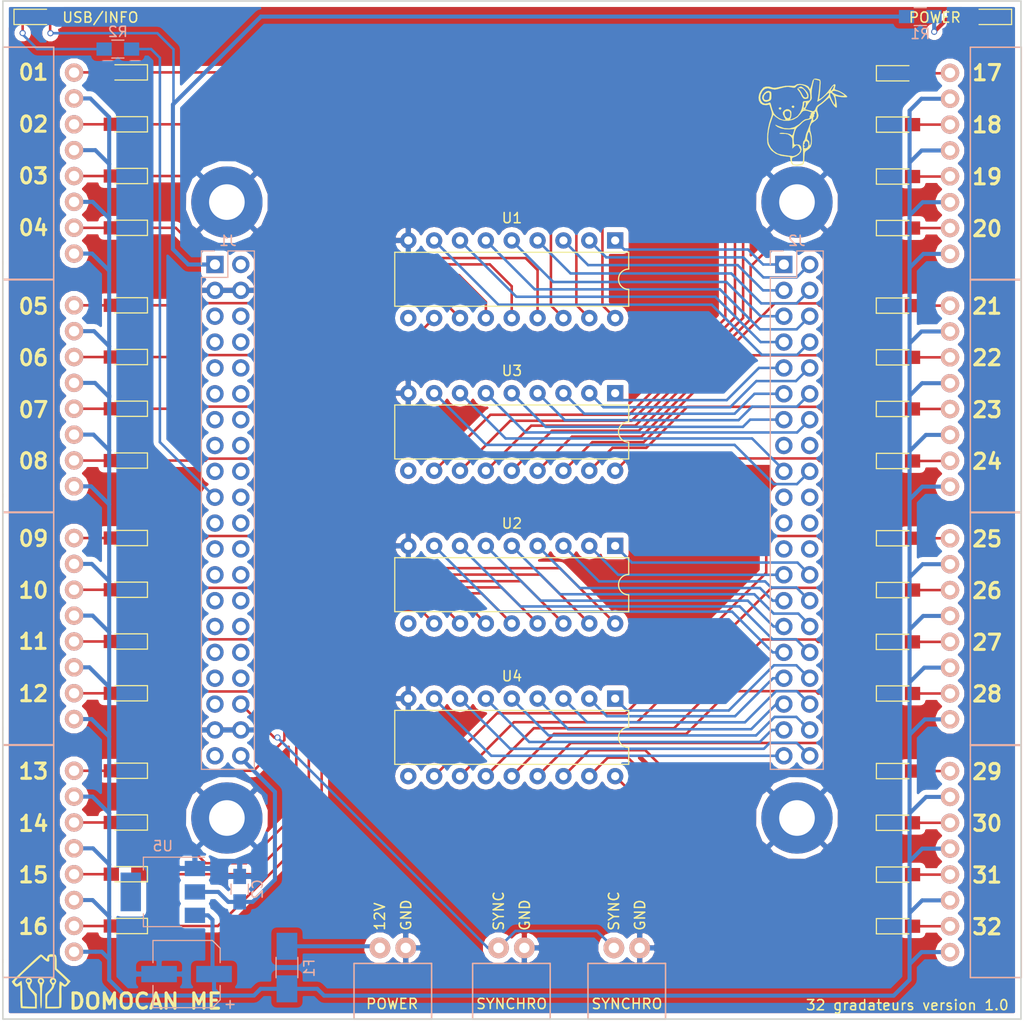
<source format=kicad_pcb>
(kicad_pcb (version 4) (host pcbnew 4.0.7)
  (title_block (title "Carte fille 32 gradateurs") (date 2017-12-23) (rev 1.0) (company Koala) (comment 1 "DOMOCAN ME"))
  (layers (0 F.Cu signal) (31 B.Cu signal) (34 B.Paste user) (35 F.Paste user) (36 B.SilkS user) (37 F.SilkS user) (38 B.Mask user) (39 F.Mask user) (44 Edge.Cuts user))
  (net 0 "")
  (net 1 "Net-(J1-Pad5)")
  (net 2 "Net-(J1-Pad6)")
  (net 3 "Net-(J1-Pad7)")
  (net 4 "Net-(J1-Pad8)")
  (net 5 "Net-(J1-Pad9)")
  (net 6 "Net-(J1-Pad10)")
  (net 7 "Net-(J1-Pad11)")
  (net 8 "Net-(J1-Pad12)")
  (net 9 "Net-(J1-Pad13)")
  (net 10 "Net-(J1-Pad14)")
  (net 11 "Net-(J1-Pad15)")
  (net 12 "Net-(J1-Pad16)")
  (net 13 "Net-(J1-Pad17)")
  (net 14 "Net-(J1-Pad18)")
  (net 15 "Net-(J1-Pad19)")
  (net 16 "Net-(J1-Pad20)")
  (net 17 "Net-(J1-Pad21)")
  (net 18 "Net-(J1-Pad22)")
  (net 19 "Net-(J1-Pad23)")
  (net 20 "Net-(J1-Pad24)")
  (net 21 "Net-(J1-Pad25)")
  (net 22 "Net-(J1-Pad26)")
  (net 23 "Net-(J1-Pad27)")
  (net 24 "Net-(J1-Pad28)")
  (net 25 "Net-(J1-Pad29)")
  (net 26 "Net-(J1-Pad30)")
  (net 27 "Net-(J1-Pad31)")
  (net 28 "Net-(J1-Pad32)")
  (net 29 "Net-(J1-Pad33)")
  (net 30 "Net-(J1-Pad34)")
  (net 31 "Net-(J1-Pad35)")
  (net 32 "Net-(J1-Pad39)")
  (net 33 "Net-(J2-Pad15)")
  (net 34 "Net-(J2-Pad16)")
  (net 35 "Net-(J2-Pad19)")
  (net 36 "Net-(J2-Pad20)")
  (net 37 "Net-(J2-Pad21)")
  (net 38 "Net-(J2-Pad22)")
  (net 39 "Net-(J2-Pad23)")
  (net 40 "Net-(J2-Pad24)")
  (net 41 GND)
  (net 42 J2_P0.03)
  (net 43 J2_P0.02)
  (net 44 J2_P1.00)
  (net 45 J2_P1.01)
  (net 46 J2_P1.04)
  (net 47 J2_P1.08)
  (net 48 J2_P1.09)
  (net 49 J2_P1.10)
  (net 50 J2_P1.14)
  (net 51 J2_P1.15)
  (net 52 J2_P1.16)
  (net 53 J2_P1.17)
  (net 54 J2_P4.29)
  (net 55 J2_P4.28)
  (net 56 J2_P0.06)
  (net 57 J2_P0.07)
  (net 58 J2_P0.22)
  (net 59 J2_P2.10)
  (net 60 J2_P2.11)
  (net 61 J2_P2.12)
  (net 62 J2_P0.18)
  (net 63 J2_P0.19)
  (net 64 J2_P0.20)
  (net 65 J2_P0.21)
  (net 66 J2_P2.08)
  (net 67 J2_P0.16)
  (net 68 J2_P0.15)
  (net 69 J2_P0.17)
  (net 70 J2_P2.04)
  (net 71 J2_P2.05)
  (net 72 J2_P2.06)
  (net 73 J2_P2.07)
  (net 74 +5V)
  (net 75 +12V)
  (net 76 "Net-(D1-Pad1)")
  (net 77 "Net-(D2-Pad1)")
  (net 78 "Net-(D3-Pad1)")
  (net 79 "Net-(D4-Pad1)")
  (net 80 "Net-(D5-Pad1)")
  (net 81 "Net-(D6-Pad1)")
  (net 82 "Net-(D7-Pad1)")
  (net 83 "Net-(D8-Pad1)")
  (net 84 "Net-(D9-Pad1)")
  (net 85 "Net-(D10-Pad1)")
  (net 86 "Net-(D11-Pad1)")
  (net 87 "Net-(D12-Pad1)")
  (net 88 "Net-(D13-Pad1)")
  (net 89 "Net-(D14-Pad1)")
  (net 90 "Net-(D15-Pad1)")
  (net 91 "Net-(D16-Pad1)")
  (net 92 "Net-(D17-Pad1)")
  (net 93 "Net-(D18-Pad1)")
  (net 94 "Net-(D19-Pad1)")
  (net 95 "Net-(D20-Pad1)")
  (net 96 "Net-(D21-Pad1)")
  (net 97 "Net-(D22-Pad1)")
  (net 98 "Net-(D23-Pad1)")
  (net 99 "Net-(D24-Pad1)")
  (net 100 "Net-(D25-Pad1)")
  (net 101 "Net-(D26-Pad1)")
  (net 102 "Net-(D27-Pad1)")
  (net 103 "Net-(D28-Pad1)")
  (net 104 "Net-(D29-Pad1)")
  (net 105 "Net-(D30-Pad1)")
  (net 106 "Net-(D31-Pad1)")
  (net 107 "Net-(D32-Pad1)")
  (net 108 "Net-(F1-Pad2)")
  (net 109 "Net-(U1-Pad10)")
  (net 110 "Net-(U2-Pad10)")
  (net 111 "Net-(U4-Pad10)")
  (net 112 OUT-01)
  (net 113 OUT-02)
  (net 114 OUT-03)
  (net 115 OUT-04)
  (net 116 OUT-05)
  (net 117 OUT-06)
  (net 118 OUT-07)
  (net 119 OUT-08)
  (net 120 OUT-09)
  (net 121 OUT-10)
  (net 122 OUT-11)
  (net 123 OUT-12)
  (net 124 OUT-13)
  (net 125 OUT-14)
  (net 126 OUT-15)
  (net 127 OUT-16)
  (net 128 OUT-17)
  (net 129 OUT-18)
  (net 130 OUT-19)
  (net 131 OUT-20)
  (net 132 OUT-21)
  (net 133 OUT-22)
  (net 134 OUT-23)
  (net 135 OUT-24)
  (net 136 OUT-25)
  (net 137 OUT-26)
  (net 138 OUT-27)
  (net 139 OUT-28)
  (net 140 OUT-29)
  (net 141 OUT-30)
  (net 142 OUT-31)
  (net 143 OUT-32)
  (net 144 "Net-(U3-Pad10)")
  (net 145 "Net-(D33-Pad2)")
  (net 146 "Net-(D34-Pad1)")
  (net 147 +3V3)
  (net 148 SYNCHRO)
  (net 149 "Net-(J1-Pad2)")
  (module LEDs:LED_0805_HandSoldering (layer F.Cu) (at 144 30.26 180)
    (fp_text reference D1 hide)
    (fp_text value LED hide)
    (pad 1 smd rect (at -1.35 0 180) (size 1.5 1.3) (layers F.Cu F.Paste F.Mask) (net 76 "Net-(D1-Pad1)"))
    (pad 2 smd rect (at 1.35 0 180) (size 1.5 1.3) (layers F.Cu F.Paste F.Mask) (net 112 OUT-01))
  )
  (module LEDs:LED_0805_HandSoldering (layer F.Cu) (at 144 35.36 180)
    (fp_text reference D2 hide)
    (fp_text value LED hide)
    (pad 1 smd rect (at -1.35 0 180) (size 1.5 1.3) (layers F.Cu F.Paste F.Mask) (net 77 "Net-(D2-Pad1)"))
    (pad 2 smd rect (at 1.35 0 180) (size 1.5 1.3) (layers F.Cu F.Paste F.Mask) (net 113 OUT-02))
  )
  (module LEDs:LED_0805_HandSoldering (layer F.Cu) (at 144 40.44 180)
    (fp_text reference D3 hide)
    (fp_text value LED hide)
    (pad 1 smd rect (at -1.35 0 180) (size 1.5 1.3) (layers F.Cu F.Paste F.Mask) (net 78 "Net-(D3-Pad1)"))
    (pad 2 smd rect (at 1.35 0 180) (size 1.5 1.3) (layers F.Cu F.Paste F.Mask) (net 114 OUT-03))
  )
  (module LEDs:LED_0805_HandSoldering (layer F.Cu) (at 144 45.53 180)
    (fp_text reference D4 hide)
    (fp_text value LED hide)
    (pad 1 smd rect (at -1.35 0 180) (size 1.5 1.3) (layers F.Cu F.Paste F.Mask) (net 79 "Net-(D4-Pad1)"))
    (pad 2 smd rect (at 1.35 0 180) (size 1.5 1.3) (layers F.Cu F.Paste F.Mask) (net 115 OUT-04))
  )
  (module LEDs:LED_0805_HandSoldering (layer F.Cu) (at 144 53.14 180)
    (fp_text reference D5 hide)
    (fp_text value LED hide)
    (pad 1 smd rect (at -1.35 0 180) (size 1.5 1.3) (layers F.Cu F.Paste F.Mask) (net 80 "Net-(D5-Pad1)"))
    (pad 2 smd rect (at 1.35 0 180) (size 1.5 1.3) (layers F.Cu F.Paste F.Mask) (net 116 OUT-05))
  )
  (module LEDs:LED_0805_HandSoldering (layer F.Cu) (at 144 58.22 180)
    (fp_text reference D6 hide)
    (fp_text value LED hide)
    (pad 1 smd rect (at -1.35 0 180) (size 1.5 1.3) (layers F.Cu F.Paste F.Mask) (net 81 "Net-(D6-Pad1)"))
    (pad 2 smd rect (at 1.35 0 180) (size 1.5 1.3) (layers F.Cu F.Paste F.Mask) (net 117 OUT-06))
  )
  (module LEDs:LED_0805_HandSoldering (layer F.Cu) (at 144 63.3 180)
    (fp_text reference D7 hide)
    (fp_text value LED hide)
    (pad 1 smd rect (at -1.35 0 180) (size 1.5 1.3) (layers F.Cu F.Paste F.Mask) (net 82 "Net-(D7-Pad1)"))
    (pad 2 smd rect (at 1.35 0 180) (size 1.5 1.3) (layers F.Cu F.Paste F.Mask) (net 118 OUT-07))
  )
  (module LEDs:LED_0805_HandSoldering (layer F.Cu) (at 144 68.39 180)
    (fp_text reference D8 hide)
    (fp_text value LED hide)
    (pad 1 smd rect (at -1.35 0 180) (size 1.5 1.3) (layers F.Cu F.Paste F.Mask) (net 83 "Net-(D8-Pad1)"))
    (pad 2 smd rect (at 1.35 0 180) (size 1.5 1.3) (layers F.Cu F.Paste F.Mask) (net 119 OUT-08))
  )
  (module LEDs:LED_0805_HandSoldering (layer F.Cu) (at 144 76 180)
    (fp_text reference D9 hide)
    (fp_text value LED hide)
    (pad 1 smd rect (at -1.35 0 180) (size 1.5 1.3) (layers F.Cu F.Paste F.Mask) (net 84 "Net-(D9-Pad1)"))
    (pad 2 smd rect (at 1.35 0 180) (size 1.5 1.3) (layers F.Cu F.Paste F.Mask) (net 120 OUT-09))
  )
  (module LEDs:LED_0805_HandSoldering (layer F.Cu) (at 144 81.08 180)
    (fp_text reference D10 hide)
    (fp_text value LED hide)
    (pad 1 smd rect (at -1.35 0 180) (size 1.5 1.3) (layers F.Cu F.Paste F.Mask) (net 85 "Net-(D10-Pad1)"))
    (pad 2 smd rect (at 1.35 0 180) (size 1.5 1.3) (layers F.Cu F.Paste F.Mask) (net 121 OUT-10))
  )
  (module LEDs:LED_0805_HandSoldering (layer F.Cu) (at 144 86.16 180)
    (fp_text reference D11 hide)
    (fp_text value LED hide)
    (pad 1 smd rect (at -1.35 0 180) (size 1.5 1.3) (layers F.Cu F.Paste F.Mask) (net 86 "Net-(D11-Pad1)"))
    (pad 2 smd rect (at 1.35 0 180) (size 1.5 1.3) (layers F.Cu F.Paste F.Mask) (net 122 OUT-11))
  )
  (module LEDs:LED_0805_HandSoldering (layer F.Cu) (at 144 91.25 180)
    (fp_text reference D12 hide)
    (fp_text value LED hide)
    (pad 1 smd rect (at -1.35 0 180) (size 1.5 1.3) (layers F.Cu F.Paste F.Mask) (net 87 "Net-(D12-Pad1)"))
    (pad 2 smd rect (at 1.35 0 180) (size 1.5 1.3) (layers F.Cu F.Paste F.Mask) (net 123 OUT-12))
  )
  (module LEDs:LED_0805_HandSoldering (layer F.Cu) (at 144 98.86 180)
    (fp_text reference D13 hide)
    (fp_text value LED hide)
    (pad 1 smd rect (at -1.35 0 180) (size 1.5 1.3) (layers F.Cu F.Paste F.Mask) (net 88 "Net-(D13-Pad1)"))
    (pad 2 smd rect (at 1.35 0 180) (size 1.5 1.3) (layers F.Cu F.Paste F.Mask) (net 124 OUT-13))
  )
  (module LEDs:LED_0805_HandSoldering (layer F.Cu) (at 144 103.94 180)
    (fp_text reference D14 hide)
    (fp_text value LED hide)
    (pad 1 smd rect (at -1.35 0 180) (size 1.5 1.3) (layers F.Cu F.Paste F.Mask) (net 89 "Net-(D14-Pad1)"))
    (pad 2 smd rect (at 1.35 0 180) (size 1.5 1.3) (layers F.Cu F.Paste F.Mask) (net 125 OUT-14))
  )
  (module LEDs:LED_0805_HandSoldering (layer F.Cu) (at 144 109.02 180)
    (fp_text reference D15 hide)
    (fp_text value LED hide)
    (pad 1 smd rect (at -1.35 0 180) (size 1.5 1.3) (layers F.Cu F.Paste F.Mask) (net 90 "Net-(D15-Pad1)"))
    (pad 2 smd rect (at 1.35 0 180) (size 1.5 1.3) (layers F.Cu F.Paste F.Mask) (net 126 OUT-15))
  )
  (module LEDs:LED_0805_HandSoldering (layer F.Cu) (at 144 114.11 180)
    (fp_text reference D16 hide)
    (fp_text value LED hide)
    (pad 1 smd rect (at -1.35 0 180) (size 1.5 1.3) (layers F.Cu F.Paste F.Mask) (net 91 "Net-(D16-Pad1)"))
    (pad 2 smd rect (at 1.35 0 180) (size 1.5 1.3) (layers F.Cu F.Paste F.Mask) (net 127 OUT-16))
  )
  (module LEDs:LED_0805_HandSoldering (layer F.Cu) (at 220 30.35)
    (fp_text reference D17 hide)
    (fp_text value LED hide)
    (pad 1 smd rect (at -1.35 0) (size 1.5 1.3) (layers F.Cu F.Paste F.Mask) (net 92 "Net-(D17-Pad1)"))
    (pad 2 smd rect (at 1.35 0) (size 1.5 1.3) (layers F.Cu F.Paste F.Mask) (net 128 OUT-17))
  )
  (module LEDs:LED_0805_HandSoldering (layer F.Cu) (at 220 35.39)
    (fp_text reference D18 hide)
    (fp_text value LED hide)
    (pad 1 smd rect (at -1.35 0) (size 1.5 1.3) (layers F.Cu F.Paste F.Mask) (net 93 "Net-(D18-Pad1)"))
    (pad 2 smd rect (at 1.35 0) (size 1.5 1.3) (layers F.Cu F.Paste F.Mask) (net 129 OUT-18))
  )
  (module LEDs:LED_0805_HandSoldering (layer F.Cu) (at 220 40.49)
    (fp_text reference D19 hide)
    (fp_text value LED hide)
    (pad 1 smd rect (at -1.35 0) (size 1.5 1.3) (layers F.Cu F.Paste F.Mask) (net 94 "Net-(D19-Pad1)"))
    (pad 2 smd rect (at 1.35 0) (size 1.5 1.3) (layers F.Cu F.Paste F.Mask) (net 130 OUT-19))
  )
  (module LEDs:LED_0805_HandSoldering (layer F.Cu) (at 220 45.55)
    (fp_text reference D20 hide)
    (fp_text value LED hide)
    (pad 1 smd rect (at -1.35 0) (size 1.5 1.3) (layers F.Cu F.Paste F.Mask) (net 95 "Net-(D20-Pad1)"))
    (pad 2 smd rect (at 1.35 0) (size 1.5 1.3) (layers F.Cu F.Paste F.Mask) (net 131 OUT-20))
  )
  (module LEDs:LED_0805_HandSoldering (layer F.Cu) (at 219.99 53.17)
    (fp_text reference D21 hide)
    (fp_text value LED hide)
    (pad 1 smd rect (at -1.35 0) (size 1.5 1.3) (layers F.Cu F.Paste F.Mask) (net 96 "Net-(D21-Pad1)"))
    (pad 2 smd rect (at 1.35 0) (size 1.5 1.3) (layers F.Cu F.Paste F.Mask) (net 132 OUT-21))
  )
  (module LEDs:LED_0805_HandSoldering (layer F.Cu) (at 220 58.25)
    (fp_text reference D22 hide)
    (fp_text value LED hide)
    (pad 1 smd rect (at -1.35 0) (size 1.5 1.3) (layers F.Cu F.Paste F.Mask) (net 97 "Net-(D22-Pad1)"))
    (pad 2 smd rect (at 1.35 0) (size 1.5 1.3) (layers F.Cu F.Paste F.Mask) (net 133 OUT-22))
  )
  (module LEDs:LED_0805_HandSoldering (layer F.Cu) (at 219.99 63.32)
    (fp_text reference D23 hide)
    (fp_text value LED hide)
    (pad 1 smd rect (at -1.35 0) (size 1.5 1.3) (layers F.Cu F.Paste F.Mask) (net 98 "Net-(D23-Pad1)"))
    (pad 2 smd rect (at 1.35 0) (size 1.5 1.3) (layers F.Cu F.Paste F.Mask) (net 134 OUT-23))
  )
  (module LEDs:LED_0805_HandSoldering (layer F.Cu) (at 220 68.43)
    (fp_text reference D24 hide)
    (fp_text value LED hide)
    (pad 1 smd rect (at -1.35 0) (size 1.5 1.3) (layers F.Cu F.Paste F.Mask) (net 99 "Net-(D24-Pad1)"))
    (pad 2 smd rect (at 1.35 0) (size 1.5 1.3) (layers F.Cu F.Paste F.Mask) (net 135 OUT-24))
  )
  (module LEDs:LED_0805_HandSoldering (layer F.Cu) (at 220 76.02)
    (fp_text reference D25 hide)
    (fp_text value LED hide)
    (pad 1 smd rect (at -1.35 0) (size 1.5 1.3) (layers F.Cu F.Paste F.Mask) (net 100 "Net-(D25-Pad1)"))
    (pad 2 smd rect (at 1.35 0) (size 1.5 1.3) (layers F.Cu F.Paste F.Mask) (net 136 OUT-25))
  )
  (module LEDs:LED_0805_HandSoldering (layer F.Cu) (at 220 81.11)
    (fp_text reference D26 hide)
    (fp_text value LED hide)
    (pad 1 smd rect (at -1.35 0) (size 1.5 1.3) (layers F.Cu F.Paste F.Mask) (net 101 "Net-(D26-Pad1)"))
    (pad 2 smd rect (at 1.35 0) (size 1.5 1.3) (layers F.Cu F.Paste F.Mask) (net 137 OUT-26))
  )
  (module LEDs:LED_0805_HandSoldering (layer F.Cu) (at 219.99 86.2)
    (fp_text reference D27 hide)
    (fp_text value LED hide)
    (pad 1 smd rect (at -1.35 0) (size 1.5 1.3) (layers F.Cu F.Paste F.Mask) (net 102 "Net-(D27-Pad1)"))
    (pad 2 smd rect (at 1.35 0) (size 1.5 1.3) (layers F.Cu F.Paste F.Mask) (net 138 OUT-27))
  )
  (module LEDs:LED_0805_HandSoldering (layer F.Cu) (at 220 91.27)
    (fp_text reference D28 hide)
    (fp_text value LED hide)
    (pad 1 smd rect (at -1.35 0) (size 1.5 1.3) (layers F.Cu F.Paste F.Mask) (net 103 "Net-(D28-Pad1)"))
    (pad 2 smd rect (at 1.35 0) (size 1.5 1.3) (layers F.Cu F.Paste F.Mask) (net 139 OUT-28))
  )
  (module LEDs:LED_0805_HandSoldering (layer F.Cu) (at 220 98.89)
    (fp_text reference D29 hide)
    (fp_text value LED hide)
    (pad 1 smd rect (at -1.35 0) (size 1.5 1.3) (layers F.Cu F.Paste F.Mask) (net 104 "Net-(D29-Pad1)"))
    (pad 2 smd rect (at 1.35 0) (size 1.5 1.3) (layers F.Cu F.Paste F.Mask) (net 140 OUT-29))
  )
  (module LEDs:LED_0805_HandSoldering (layer F.Cu) (at 219.99 103.97)
    (fp_text reference D30 hide)
    (fp_text value LED hide)
    (pad 1 smd rect (at -1.35 0) (size 1.5 1.3) (layers F.Cu F.Paste F.Mask) (net 105 "Net-(D30-Pad1)"))
    (pad 2 smd rect (at 1.35 0) (size 1.5 1.3) (layers F.Cu F.Paste F.Mask) (net 141 OUT-30))
  )
  (module LEDs:LED_0805_HandSoldering (layer F.Cu) (at 220 109.06)
    (fp_text reference D31 hide)
    (fp_text value LED hide)
    (pad 1 smd rect (at -1.35 0) (size 1.5 1.3) (layers F.Cu F.Paste F.Mask) (net 106 "Net-(D31-Pad1)"))
    (pad 2 smd rect (at 1.35 0) (size 1.5 1.3) (layers F.Cu F.Paste F.Mask) (net 142 OUT-31))
  )
  (module LEDs:LED_0805_HandSoldering (layer F.Cu) (at 220 114.13)
    (fp_text reference D32 hide)
    (fp_text value LED hide)
    (pad 1 smd rect (at -1.35 0) (size 1.5 1.3) (layers F.Cu F.Paste F.Mask) (net 107 "Net-(D32-Pad1)"))
    (pad 2 smd rect (at 1.35 0) (size 1.5 1.3) (layers F.Cu F.Paste F.Mask) (net 143 OUT-32))
  )
  (module Socket_Strips:Socket_Strip_Straight_2x20_Pitch2.54mm (layer B.Cu) (at 152.83 49.13 180)
    (fp_text reference J1 (at -1.27 2.33 180) (layer B.SilkS) (effects (justify mirror)))
    (fp_text value Conn_02x20_Odd_Even hide)
    (pad 1 thru_hole rect (at 0 0 180) (size 1.7 1.7) (drill 1) (layers *.Cu *.Mask) (net 147 +3V3))
    (pad 2 thru_hole oval (at -2.54 0 180) (size 1.7 1.7) (drill 1) (layers *.Cu *.Mask) (net 149 "Net-(J1-Pad2)"))
    (pad 3 thru_hole oval (at 0 -2.54 180) (size 1.7 1.7) (drill 1) (layers *.Cu *.Mask) (net 41 GND))
    (pad 4 thru_hole oval (at -2.54 -2.54 180) (size 1.7 1.7) (drill 1) (layers *.Cu *.Mask) (net 41 GND))
    (pad 5 thru_hole oval (at 0 -5.08 180) (size 1.7 1.7) (drill 1) (layers *.Cu *.Mask) (net 1 "Net-(J1-Pad5)"))
    (pad 6 thru_hole oval (at -2.54 -5.08 180) (size 1.7 1.7) (drill 1) (layers *.Cu *.Mask) (net 2 "Net-(J1-Pad6)"))
    (pad 7 thru_hole oval (at 0 -7.62 180) (size 1.7 1.7) (drill 1) (layers *.Cu *.Mask) (net 3 "Net-(J1-Pad7)"))
    (pad 8 thru_hole oval (at -2.54 -7.62 180) (size 1.7 1.7) (drill 1) (layers *.Cu *.Mask) (net 4 "Net-(J1-Pad8)"))
    (pad 9 thru_hole oval (at 0 -10.16 180) (size 1.7 1.7) (drill 1) (layers *.Cu *.Mask) (net 5 "Net-(J1-Pad9)"))
    (pad 10 thru_hole oval (at -2.54 -10.16 180) (size 1.7 1.7) (drill 1) (layers *.Cu *.Mask) (net 6 "Net-(J1-Pad10)"))
    (pad 11 thru_hole oval (at 0 -12.7 180) (size 1.7 1.7) (drill 1) (layers *.Cu *.Mask) (net 7 "Net-(J1-Pad11)"))
    (pad 12 thru_hole oval (at -2.54 -12.7 180) (size 1.7 1.7) (drill 1) (layers *.Cu *.Mask) (net 8 "Net-(J1-Pad12)"))
    (pad 13 thru_hole oval (at 0 -15.24 180) (size 1.7 1.7) (drill 1) (layers *.Cu *.Mask) (net 9 "Net-(J1-Pad13)"))
    (pad 14 thru_hole oval (at -2.54 -15.24 180) (size 1.7 1.7) (drill 1) (layers *.Cu *.Mask) (net 10 "Net-(J1-Pad14)"))
    (pad 15 thru_hole oval (at 0 -17.78 180) (size 1.7 1.7) (drill 1) (layers *.Cu *.Mask) (net 11 "Net-(J1-Pad15)"))
    (pad 16 thru_hole oval (at -2.54 -17.78 180) (size 1.7 1.7) (drill 1) (layers *.Cu *.Mask) (net 12 "Net-(J1-Pad16)"))
    (pad 17 thru_hole oval (at 0 -20.32 180) (size 1.7 1.7) (drill 1) (layers *.Cu *.Mask) (net 13 "Net-(J1-Pad17)"))
    (pad 18 thru_hole oval (at -2.54 -20.32 180) (size 1.7 1.7) (drill 1) (layers *.Cu *.Mask) (net 14 "Net-(J1-Pad18)"))
    (pad 19 thru_hole oval (at 0 -22.86 180) (size 1.7 1.7) (drill 1) (layers *.Cu *.Mask) (net 15 "Net-(J1-Pad19)"))
    (pad 20 thru_hole oval (at -2.54 -22.86 180) (size 1.7 1.7) (drill 1) (layers *.Cu *.Mask) (net 16 "Net-(J1-Pad20)"))
    (pad 21 thru_hole oval (at 0 -25.4 180) (size 1.7 1.7) (drill 1) (layers *.Cu *.Mask) (net 17 "Net-(J1-Pad21)"))
    (pad 22 thru_hole oval (at -2.54 -25.4 180) (size 1.7 1.7) (drill 1) (layers *.Cu *.Mask) (net 18 "Net-(J1-Pad22)"))
    (pad 23 thru_hole oval (at 0 -27.94 180) (size 1.7 1.7) (drill 1) (layers *.Cu *.Mask) (net 19 "Net-(J1-Pad23)"))
    (pad 24 thru_hole oval (at -2.54 -27.94 180) (size 1.7 1.7) (drill 1) (layers *.Cu *.Mask) (net 20 "Net-(J1-Pad24)"))
    (pad 25 thru_hole oval (at 0 -30.48 180) (size 1.7 1.7) (drill 1) (layers *.Cu *.Mask) (net 21 "Net-(J1-Pad25)"))
    (pad 26 thru_hole oval (at -2.54 -30.48 180) (size 1.7 1.7) (drill 1) (layers *.Cu *.Mask) (net 22 "Net-(J1-Pad26)"))
    (pad 27 thru_hole oval (at 0 -33.02 180) (size 1.7 1.7) (drill 1) (layers *.Cu *.Mask) (net 23 "Net-(J1-Pad27)"))
    (pad 28 thru_hole oval (at -2.54 -33.02 180) (size 1.7 1.7) (drill 1) (layers *.Cu *.Mask) (net 24 "Net-(J1-Pad28)"))
    (pad 29 thru_hole oval (at 0 -35.56 180) (size 1.7 1.7) (drill 1) (layers *.Cu *.Mask) (net 25 "Net-(J1-Pad29)"))
    (pad 30 thru_hole oval (at -2.54 -35.56 180) (size 1.7 1.7) (drill 1) (layers *.Cu *.Mask) (net 26 "Net-(J1-Pad30)"))
    (pad 31 thru_hole oval (at 0 -38.1 180) (size 1.7 1.7) (drill 1) (layers *.Cu *.Mask) (net 27 "Net-(J1-Pad31)"))
    (pad 32 thru_hole oval (at -2.54 -38.1 180) (size 1.7 1.7) (drill 1) (layers *.Cu *.Mask) (net 28 "Net-(J1-Pad32)"))
    (pad 33 thru_hole oval (at 0 -40.64 180) (size 1.7 1.7) (drill 1) (layers *.Cu *.Mask) (net 29 "Net-(J1-Pad33)"))
    (pad 34 thru_hole oval (at -2.54 -40.64 180) (size 1.7 1.7) (drill 1) (layers *.Cu *.Mask) (net 30 "Net-(J1-Pad34)"))
    (pad 35 thru_hole oval (at 0 -43.18 180) (size 1.7 1.7) (drill 1) (layers *.Cu *.Mask) (net 31 "Net-(J1-Pad35)"))
    (pad 36 thru_hole oval (at -2.54 -43.18 180) (size 1.7 1.7) (drill 1) (layers *.Cu *.Mask) (net 148 SYNCHRO))
    (pad 37 thru_hole oval (at 0 -45.72 180) (size 1.7 1.7) (drill 1) (layers *.Cu *.Mask) (net 41 GND))
    (pad 38 thru_hole oval (at -2.54 -45.72 180) (size 1.7 1.7) (drill 1) (layers *.Cu *.Mask) (net 41 GND))
    (pad 39 thru_hole oval (at 0 -48.26 180) (size 1.7 1.7) (drill 1) (layers *.Cu *.Mask) (net 32 "Net-(J1-Pad39)"))
    (pad 40 thru_hole oval (at -2.54 -48.26 180) (size 1.7 1.7) (drill 1) (layers *.Cu *.Mask) (net 74 +5V))
  )
  (module Socket_Strips:Socket_Strip_Straight_2x20_Pitch2.54mm (layer B.Cu) (at 208.71 49.13 180)
    (fp_text reference J2 (at -1.27 2.33 180) (layer B.SilkS) (effects (justify mirror)))
    (fp_text value Conn_02x20_Odd_Even hide)
    (pad 1 thru_hole rect (at 0 0 180) (size 1.7 1.7) (drill 1) (layers *.Cu *.Mask) (net 42 J2_P0.03))
    (pad 2 thru_hole oval (at -2.54 0 180) (size 1.7 1.7) (drill 1) (layers *.Cu *.Mask) (net 43 J2_P0.02))
    (pad 3 thru_hole oval (at 0 -2.54 180) (size 1.7 1.7) (drill 1) (layers *.Cu *.Mask) (net 44 J2_P1.00))
    (pad 4 thru_hole oval (at -2.54 -2.54 180) (size 1.7 1.7) (drill 1) (layers *.Cu *.Mask) (net 45 J2_P1.01))
    (pad 5 thru_hole oval (at 0 -5.08 180) (size 1.7 1.7) (drill 1) (layers *.Cu *.Mask) (net 46 J2_P1.04))
    (pad 6 thru_hole oval (at -2.54 -5.08 180) (size 1.7 1.7) (drill 1) (layers *.Cu *.Mask) (net 47 J2_P1.08))
    (pad 7 thru_hole oval (at 0 -7.62 180) (size 1.7 1.7) (drill 1) (layers *.Cu *.Mask) (net 48 J2_P1.09))
    (pad 8 thru_hole oval (at -2.54 -7.62 180) (size 1.7 1.7) (drill 1) (layers *.Cu *.Mask) (net 49 J2_P1.10))
    (pad 9 thru_hole oval (at 0 -10.16 180) (size 1.7 1.7) (drill 1) (layers *.Cu *.Mask) (net 50 J2_P1.14))
    (pad 10 thru_hole oval (at -2.54 -10.16 180) (size 1.7 1.7) (drill 1) (layers *.Cu *.Mask) (net 51 J2_P1.15))
    (pad 11 thru_hole oval (at 0 -12.7 180) (size 1.7 1.7) (drill 1) (layers *.Cu *.Mask) (net 52 J2_P1.16))
    (pad 12 thru_hole oval (at -2.54 -12.7 180) (size 1.7 1.7) (drill 1) (layers *.Cu *.Mask) (net 53 J2_P1.17))
    (pad 13 thru_hole oval (at 0 -15.24 180) (size 1.7 1.7) (drill 1) (layers *.Cu *.Mask) (net 54 J2_P4.29))
    (pad 14 thru_hole oval (at -2.54 -15.24 180) (size 1.7 1.7) (drill 1) (layers *.Cu *.Mask) (net 55 J2_P4.28))
    (pad 15 thru_hole oval (at 0 -17.78 180) (size 1.7 1.7) (drill 1) (layers *.Cu *.Mask) (net 33 "Net-(J2-Pad15)"))
    (pad 16 thru_hole oval (at -2.54 -17.78 180) (size 1.7 1.7) (drill 1) (layers *.Cu *.Mask) (net 34 "Net-(J2-Pad16)"))
    (pad 17 thru_hole oval (at 0 -20.32 180) (size 1.7 1.7) (drill 1) (layers *.Cu *.Mask) (net 56 J2_P0.06))
    (pad 18 thru_hole oval (at -2.54 -20.32 180) (size 1.7 1.7) (drill 1) (layers *.Cu *.Mask) (net 57 J2_P0.07))
    (pad 19 thru_hole oval (at 0 -22.86 180) (size 1.7 1.7) (drill 1) (layers *.Cu *.Mask) (net 35 "Net-(J2-Pad19)"))
    (pad 20 thru_hole oval (at -2.54 -22.86 180) (size 1.7 1.7) (drill 1) (layers *.Cu *.Mask) (net 36 "Net-(J2-Pad20)"))
    (pad 21 thru_hole oval (at 0 -25.4 180) (size 1.7 1.7) (drill 1) (layers *.Cu *.Mask) (net 37 "Net-(J2-Pad21)"))
    (pad 22 thru_hole oval (at -2.54 -25.4 180) (size 1.7 1.7) (drill 1) (layers *.Cu *.Mask) (net 38 "Net-(J2-Pad22)"))
    (pad 23 thru_hole oval (at 0 -27.94 180) (size 1.7 1.7) (drill 1) (layers *.Cu *.Mask) (net 39 "Net-(J2-Pad23)"))
    (pad 24 thru_hole oval (at -2.54 -27.94 180) (size 1.7 1.7) (drill 1) (layers *.Cu *.Mask) (net 40 "Net-(J2-Pad24)"))
    (pad 25 thru_hole oval (at 0 -30.48 180) (size 1.7 1.7) (drill 1) (layers *.Cu *.Mask) (net 70 J2_P2.04))
    (pad 26 thru_hole oval (at -2.54 -30.48 180) (size 1.7 1.7) (drill 1) (layers *.Cu *.Mask) (net 71 J2_P2.05))
    (pad 27 thru_hole oval (at 0 -33.02 180) (size 1.7 1.7) (drill 1) (layers *.Cu *.Mask) (net 72 J2_P2.06))
    (pad 28 thru_hole oval (at -2.54 -33.02 180) (size 1.7 1.7) (drill 1) (layers *.Cu *.Mask) (net 73 J2_P2.07))
    (pad 29 thru_hole oval (at 0 -35.56 180) (size 1.7 1.7) (drill 1) (layers *.Cu *.Mask) (net 66 J2_P2.08))
    (pad 30 thru_hole oval (at -2.54 -35.56 180) (size 1.7 1.7) (drill 1) (layers *.Cu *.Mask) (net 67 J2_P0.16))
    (pad 31 thru_hole oval (at 0 -38.1 180) (size 1.7 1.7) (drill 1) (layers *.Cu *.Mask) (net 68 J2_P0.15))
    (pad 32 thru_hole oval (at -2.54 -38.1 180) (size 1.7 1.7) (drill 1) (layers *.Cu *.Mask) (net 69 J2_P0.17))
    (pad 33 thru_hole oval (at 0 -40.64 180) (size 1.7 1.7) (drill 1) (layers *.Cu *.Mask) (net 62 J2_P0.18))
    (pad 34 thru_hole oval (at -2.54 -40.64 180) (size 1.7 1.7) (drill 1) (layers *.Cu *.Mask) (net 63 J2_P0.19))
    (pad 35 thru_hole oval (at 0 -43.18 180) (size 1.7 1.7) (drill 1) (layers *.Cu *.Mask) (net 64 J2_P0.20))
    (pad 36 thru_hole oval (at -2.54 -43.18 180) (size 1.7 1.7) (drill 1) (layers *.Cu *.Mask) (net 65 J2_P0.21))
    (pad 37 thru_hole oval (at 0 -45.72 180) (size 1.7 1.7) (drill 1) (layers *.Cu *.Mask) (net 58 J2_P0.22))
    (pad 38 thru_hole oval (at -2.54 -45.72 180) (size 1.7 1.7) (drill 1) (layers *.Cu *.Mask) (net 59 J2_P2.10))
    (pad 39 thru_hole oval (at 0 -48.26 180) (size 1.7 1.7) (drill 1) (layers *.Cu *.Mask) (net 60 J2_P2.11))
    (pad 40 thru_hole oval (at -2.54 -48.26 180) (size 1.7 1.7) (drill 1) (layers *.Cu *.Mask) (net 61 J2_P2.12))
  )
  (module footprint:Pin_Header_Angled_1x08 (layer B.Cu) (at 138.99 30.28 180)
    (fp_text reference J3 hide)
    (fp_text value Conn_01x08 hide)
    (pad 1 thru_hole circle (at 0 0 180) (size 1.8 1.8) (drill 1.016) (layers *.Cu *.Mask B.SilkS) (net 112 OUT-01))
    (pad 2 thru_hole circle (at 0 -2.54 180) (size 1.8 1.8) (drill 1.016) (layers *.Cu *.Mask B.SilkS) (net 75 +12V))
    (pad 3 thru_hole circle (at 0 -5.08 180) (size 1.8 1.8) (drill 1.016) (layers *.Cu *.Mask B.SilkS) (net 113 OUT-02))
    (pad 4 thru_hole circle (at 0 -7.62 180) (size 1.8 1.8) (drill 1.016) (layers *.Cu *.Mask B.SilkS) (net 75 +12V))
    (pad 5 thru_hole circle (at 0 -10.16 180) (size 1.8 1.8) (drill 1.016) (layers *.Cu *.Mask B.SilkS) (net 114 OUT-03))
    (pad 6 thru_hole circle (at 0 -12.7 180) (size 1.8 1.8) (drill 1.016) (layers *.Cu *.Mask B.SilkS) (net 75 +12V))
    (pad 7 thru_hole circle (at 0 -15.24 180) (size 1.8 1.8) (drill 1.016) (layers *.Cu *.Mask B.SilkS) (net 115 OUT-04))
    (pad 8 thru_hole circle (at 0 -17.78 180) (size 1.8 1.8) (drill 1.016) (layers *.Cu *.Mask B.SilkS) (net 75 +12V))
  )
  (module footprint:Pin_Header_Angled_1x08 (layer B.Cu) (at 138.99 53.14 180)
    (fp_text reference J4 hide)
    (fp_text value Conn_01x08 hide)
    (pad 1 thru_hole circle (at 0 0 180) (size 1.8 1.8) (drill 1.016) (layers *.Cu *.Mask B.SilkS) (net 116 OUT-05))
    (pad 2 thru_hole circle (at 0 -2.54 180) (size 1.8 1.8) (drill 1.016) (layers *.Cu *.Mask B.SilkS) (net 75 +12V))
    (pad 3 thru_hole circle (at 0 -5.08 180) (size 1.8 1.8) (drill 1.016) (layers *.Cu *.Mask B.SilkS) (net 117 OUT-06))
    (pad 4 thru_hole circle (at 0 -7.62 180) (size 1.8 1.8) (drill 1.016) (layers *.Cu *.Mask B.SilkS) (net 75 +12V))
    (pad 5 thru_hole circle (at 0 -10.16 180) (size 1.8 1.8) (drill 1.016) (layers *.Cu *.Mask B.SilkS) (net 118 OUT-07))
    (pad 6 thru_hole circle (at 0 -12.7 180) (size 1.8 1.8) (drill 1.016) (layers *.Cu *.Mask B.SilkS) (net 75 +12V))
    (pad 7 thru_hole circle (at 0 -15.24 180) (size 1.8 1.8) (drill 1.016) (layers *.Cu *.Mask B.SilkS) (net 119 OUT-08))
    (pad 8 thru_hole circle (at 0 -17.78 180) (size 1.8 1.8) (drill 1.016) (layers *.Cu *.Mask B.SilkS) (net 75 +12V))
  )
  (module footprint:Pin_Header_Angled_1x08 (layer B.Cu) (at 138.99 76 180)
    (fp_text reference J5 hide)
    (fp_text value Conn_01x08 hide)
    (pad 1 thru_hole circle (at 0 0 180) (size 1.8 1.8) (drill 1.016) (layers *.Cu *.Mask B.SilkS) (net 120 OUT-09))
    (pad 2 thru_hole circle (at 0 -2.54 180) (size 1.8 1.8) (drill 1.016) (layers *.Cu *.Mask B.SilkS) (net 75 +12V))
    (pad 3 thru_hole circle (at 0 -5.08 180) (size 1.8 1.8) (drill 1.016) (layers *.Cu *.Mask B.SilkS) (net 121 OUT-10))
    (pad 4 thru_hole circle (at 0 -7.62 180) (size 1.8 1.8) (drill 1.016) (layers *.Cu *.Mask B.SilkS) (net 75 +12V))
    (pad 5 thru_hole circle (at 0 -10.16 180) (size 1.8 1.8) (drill 1.016) (layers *.Cu *.Mask B.SilkS) (net 122 OUT-11))
    (pad 6 thru_hole circle (at 0 -12.7 180) (size 1.8 1.8) (drill 1.016) (layers *.Cu *.Mask B.SilkS) (net 75 +12V))
    (pad 7 thru_hole circle (at 0 -15.24 180) (size 1.8 1.8) (drill 1.016) (layers *.Cu *.Mask B.SilkS) (net 123 OUT-12))
    (pad 8 thru_hole circle (at 0 -17.78 180) (size 1.8 1.8) (drill 1.016) (layers *.Cu *.Mask B.SilkS) (net 75 +12V))
  )
  (module footprint:Pin_Header_Angled_1x08 (layer B.Cu) (at 138.99 98.86 180)
    (fp_text reference J6 hide)
    (fp_text value Conn_01x08 hide)
    (pad 1 thru_hole circle (at 0 0 180) (size 1.8 1.8) (drill 1.016) (layers *.Cu *.Mask B.SilkS) (net 124 OUT-13))
    (pad 2 thru_hole circle (at 0 -2.54 180) (size 1.8 1.8) (drill 1.016) (layers *.Cu *.Mask B.SilkS) (net 75 +12V))
    (pad 3 thru_hole circle (at 0 -5.08 180) (size 1.8 1.8) (drill 1.016) (layers *.Cu *.Mask B.SilkS) (net 125 OUT-14))
    (pad 4 thru_hole circle (at 0 -7.62 180) (size 1.8 1.8) (drill 1.016) (layers *.Cu *.Mask B.SilkS) (net 75 +12V))
    (pad 5 thru_hole circle (at 0 -10.16 180) (size 1.8 1.8) (drill 1.016) (layers *.Cu *.Mask B.SilkS) (net 126 OUT-15))
    (pad 6 thru_hole circle (at 0 -12.7 180) (size 1.8 1.8) (drill 1.016) (layers *.Cu *.Mask B.SilkS) (net 75 +12V))
    (pad 7 thru_hole circle (at 0 -15.24 180) (size 1.8 1.8) (drill 1.016) (layers *.Cu *.Mask B.SilkS) (net 127 OUT-16))
    (pad 8 thru_hole circle (at 0 -17.78 180) (size 1.8 1.8) (drill 1.016) (layers *.Cu *.Mask B.SilkS) (net 75 +12V))
  )
  (module footprint:Pin_Header_Angled_1x08 (layer B.Cu) (at 225.03 48.09)
    (fp_text reference J7 hide)
    (fp_text value Conn_01x08 hide)
    (pad 1 thru_hole circle (at 0 0) (size 1.8 1.8) (drill 1.016) (layers *.Cu *.Mask B.SilkS) (net 75 +12V))
    (pad 2 thru_hole circle (at 0 -2.54) (size 1.8 1.8) (drill 1.016) (layers *.Cu *.Mask B.SilkS) (net 131 OUT-20))
    (pad 3 thru_hole circle (at 0 -5.08) (size 1.8 1.8) (drill 1.016) (layers *.Cu *.Mask B.SilkS) (net 75 +12V))
    (pad 4 thru_hole circle (at 0 -7.62) (size 1.8 1.8) (drill 1.016) (layers *.Cu *.Mask B.SilkS) (net 130 OUT-19))
    (pad 5 thru_hole circle (at 0 -10.16) (size 1.8 1.8) (drill 1.016) (layers *.Cu *.Mask B.SilkS) (net 75 +12V))
    (pad 6 thru_hole circle (at 0 -12.7) (size 1.8 1.8) (drill 1.016) (layers *.Cu *.Mask B.SilkS) (net 129 OUT-18))
    (pad 7 thru_hole circle (at 0 -15.24) (size 1.8 1.8) (drill 1.016) (layers *.Cu *.Mask B.SilkS) (net 75 +12V))
    (pad 8 thru_hole circle (at 0 -17.78) (size 1.8 1.8) (drill 1.016) (layers *.Cu *.Mask B.SilkS) (net 128 OUT-17))
  )
  (module footprint:Pin_Header_Angled_1x08 (layer B.Cu) (at 225.03 70.95)
    (fp_text reference J8 hide)
    (fp_text value Conn_01x08 hide)
    (pad 1 thru_hole circle (at 0 0) (size 1.8 1.8) (drill 1.016) (layers *.Cu *.Mask B.SilkS) (net 75 +12V))
    (pad 2 thru_hole circle (at 0 -2.54) (size 1.8 1.8) (drill 1.016) (layers *.Cu *.Mask B.SilkS) (net 135 OUT-24))
    (pad 3 thru_hole circle (at 0 -5.08) (size 1.8 1.8) (drill 1.016) (layers *.Cu *.Mask B.SilkS) (net 75 +12V))
    (pad 4 thru_hole circle (at 0 -7.62) (size 1.8 1.8) (drill 1.016) (layers *.Cu *.Mask B.SilkS) (net 134 OUT-23))
    (pad 5 thru_hole circle (at 0 -10.16) (size 1.8 1.8) (drill 1.016) (layers *.Cu *.Mask B.SilkS) (net 75 +12V))
    (pad 6 thru_hole circle (at 0 -12.7) (size 1.8 1.8) (drill 1.016) (layers *.Cu *.Mask B.SilkS) (net 133 OUT-22))
    (pad 7 thru_hole circle (at 0 -15.24) (size 1.8 1.8) (drill 1.016) (layers *.Cu *.Mask B.SilkS) (net 75 +12V))
    (pad 8 thru_hole circle (at 0 -17.78) (size 1.8 1.8) (drill 1.016) (layers *.Cu *.Mask B.SilkS) (net 132 OUT-21))
  )
  (module footprint:Pin_Header_Angled_1x08 (layer B.Cu) (at 225.03 93.81)
    (fp_text reference J9 hide)
    (fp_text value Conn_01x08 hide)
    (pad 1 thru_hole circle (at 0 0) (size 1.8 1.8) (drill 1.016) (layers *.Cu *.Mask B.SilkS) (net 75 +12V))
    (pad 2 thru_hole circle (at 0 -2.54) (size 1.8 1.8) (drill 1.016) (layers *.Cu *.Mask B.SilkS) (net 139 OUT-28))
    (pad 3 thru_hole circle (at 0 -5.08) (size 1.8 1.8) (drill 1.016) (layers *.Cu *.Mask B.SilkS) (net 75 +12V))
    (pad 4 thru_hole circle (at 0 -7.62) (size 1.8 1.8) (drill 1.016) (layers *.Cu *.Mask B.SilkS) (net 138 OUT-27))
    (pad 5 thru_hole circle (at 0 -10.16) (size 1.8 1.8) (drill 1.016) (layers *.Cu *.Mask B.SilkS) (net 75 +12V))
    (pad 6 thru_hole circle (at 0 -12.7) (size 1.8 1.8) (drill 1.016) (layers *.Cu *.Mask B.SilkS) (net 137 OUT-26))
    (pad 7 thru_hole circle (at 0 -15.24) (size 1.8 1.8) (drill 1.016) (layers *.Cu *.Mask B.SilkS) (net 75 +12V))
    (pad 8 thru_hole circle (at 0 -17.78) (size 1.8 1.8) (drill 1.016) (layers *.Cu *.Mask B.SilkS) (net 136 OUT-25))
  )
  (module footprint:Pin_Header_Angled_1x08 (layer B.Cu) (at 225.03 116.67)
    (fp_text reference J10 hide)
    (fp_text value Conn_01x08 hide)
    (pad 1 thru_hole circle (at 0 0) (size 1.8 1.8) (drill 1.016) (layers *.Cu *.Mask B.SilkS) (net 75 +12V))
    (pad 2 thru_hole circle (at 0 -2.54) (size 1.8 1.8) (drill 1.016) (layers *.Cu *.Mask B.SilkS) (net 143 OUT-32))
    (pad 3 thru_hole circle (at 0 -5.08) (size 1.8 1.8) (drill 1.016) (layers *.Cu *.Mask B.SilkS) (net 75 +12V))
    (pad 4 thru_hole circle (at 0 -7.62) (size 1.8 1.8) (drill 1.016) (layers *.Cu *.Mask B.SilkS) (net 142 OUT-31))
    (pad 5 thru_hole circle (at 0 -10.16) (size 1.8 1.8) (drill 1.016) (layers *.Cu *.Mask B.SilkS) (net 75 +12V))
    (pad 6 thru_hole circle (at 0 -12.7) (size 1.8 1.8) (drill 1.016) (layers *.Cu *.Mask B.SilkS) (net 141 OUT-30))
    (pad 7 thru_hole circle (at 0 -15.24) (size 1.8 1.8) (drill 1.016) (layers *.Cu *.Mask B.SilkS) (net 75 +12V))
    (pad 8 thru_hole circle (at 0 -17.78) (size 1.8 1.8) (drill 1.016) (layers *.Cu *.Mask B.SilkS) (net 140 OUT-29))
  )
  (module Mounting_Holes:MountingHole_3.5mm_Pad (layer F.Cu) (at 154 43)
    (fp_text reference J11 hide)
    (fp_text value Conn_01x01 hide)
    (pad 1 thru_hole circle (at 0 0) (size 7 7) (drill 3.5) (layers *.Cu *.Mask) (net 41 GND))
  )
  (module Mounting_Holes:MountingHole_3.5mm_Pad (layer F.Cu) (at 154 103.5)
    (fp_text reference J12 hide)
    (fp_text value Conn_01x01 hide)
    (pad 1 thru_hole circle (at 0 0) (size 7 7) (drill 3.5) (layers *.Cu *.Mask) (net 41 GND))
  )
  (module Mounting_Holes:MountingHole_3.5mm_Pad (layer F.Cu) (at 210 103.5)
    (fp_text reference J13 hide)
    (fp_text value Conn_01x01 hide)
    (pad 1 thru_hole circle (at 0 0) (size 7 7) (drill 3.5) (layers *.Cu *.Mask) (net 41 GND))
  )
  (module Mounting_Holes:MountingHole_3.5mm_Pad (layer F.Cu) (at 210 43)
    (fp_text reference J14 hide)
    (fp_text value Conn_01x01 hide)
    (pad 1 thru_hole circle (at 0 0) (size 7 7) (drill 3.5) (layers *.Cu *.Mask) (net 41 GND))
  )
  (module footprint:usb (layer F.Cu) (at 135.75 119.5)
    (fp_text reference J15 hide)
    (fp_text value "Logo Domocan" hide)
  )
  (module footprint:koala (layer F.Cu) (at 210.54 34.94)
    (fp_text reference J16 hide)
    (fp_text value "Logo Koala" hide)
  )
  (module Capacitors_SMD:C_0805_HandSoldering (layer B.Cu) (at 155.26 110.49 90)
    (fp_text reference C2 (at 0 1.75 90) (layer B.SilkS) (effects (justify mirror)))
    (fp_text value 100nF)
    (pad 1 smd rect (at -1.25 0 90) (size 1.5 1.25) (layers B.Cu B.Paste B.Mask) (net 74 +5V))
    (pad 2 smd rect (at 1.25 0 90) (size 1.5 1.25) (layers B.Cu B.Paste B.Mask) (net 41 GND))
  )
  (module Fuse_Holders_and_Fuses:Fuse_SMD1206_HandSoldering (layer B.Cu) (at 159.9 118.19 90)
    (fp_text reference F1 (at -0.05 2.2 90) (layer B.SilkS) (effects (justify mirror)))
    (fp_text value 700mA)
    (pad 1 smd rect (at -2.09 0) (size 2.03 2.65) (layers B.Cu B.Paste B.Mask) (net 75 +12V))
    (pad 2 smd rect (at 2.09 0) (size 2.03 2.65) (layers B.Cu B.Paste B.Mask) (net 108 "Net-(F1-Pad2)"))
  )
  (module footprint:Pin_Header_Angled_1x02 (layer B.Cu) (at 169.03 116.26 270)
    (fp_text reference J17 hide)
    (fp_text value "POWER 12V" hide)
    (pad 1 thru_hole circle (at 0 0 270) (size 2.032 2.032) (drill 1.016) (layers *.Cu *.Mask B.SilkS) (net 108 "Net-(F1-Pad2)"))
    (pad 2 thru_hole oval (at 0 -2.54 270) (size 2.032 2.032) (drill 1.016) (layers *.Cu *.Mask B.SilkS) (net 41 GND))
  )
  (module Housings_DIP:DIP-18_W7.62mm (layer F.Cu) (at 192.14 46.77 270)
    (fp_text reference U1 (at -2.2 10.14 360) (layer F.SilkS))
    (fp_text value ULN2803 hide)
    (pad 1 thru_hole rect (at 0 0 270) (size 1.6 1.6) (drill 0.8) (layers *.Cu *.Mask) (net 42 J2_P0.03))
    (pad 10 thru_hole oval (at 7.62 20.32 270) (size 1.6 1.6) (drill 0.8) (layers *.Cu *.Mask) (net 109 "Net-(U1-Pad10)"))
    (pad 2 thru_hole oval (at 0 2.54 270) (size 1.6 1.6) (drill 0.8) (layers *.Cu *.Mask) (net 43 J2_P0.02))
    (pad 11 thru_hole oval (at 7.62 17.78 270) (size 1.6 1.6) (drill 0.8) (layers *.Cu *.Mask) (net 83 "Net-(D8-Pad1)"))
    (pad 3 thru_hole oval (at 0 5.08 270) (size 1.6 1.6) (drill 0.8) (layers *.Cu *.Mask) (net 44 J2_P1.00))
    (pad 12 thru_hole oval (at 7.62 15.24 270) (size 1.6 1.6) (drill 0.8) (layers *.Cu *.Mask) (net 82 "Net-(D7-Pad1)"))
    (pad 4 thru_hole oval (at 0 7.62 270) (size 1.6 1.6) (drill 0.8) (layers *.Cu *.Mask) (net 45 J2_P1.01))
    (pad 13 thru_hole oval (at 7.62 12.7 270) (size 1.6 1.6) (drill 0.8) (layers *.Cu *.Mask) (net 81 "Net-(D6-Pad1)"))
    (pad 5 thru_hole oval (at 0 10.16 270) (size 1.6 1.6) (drill 0.8) (layers *.Cu *.Mask) (net 46 J2_P1.04))
    (pad 14 thru_hole oval (at 7.62 10.16 270) (size 1.6 1.6) (drill 0.8) (layers *.Cu *.Mask) (net 80 "Net-(D5-Pad1)"))
    (pad 6 thru_hole oval (at 0 12.7 270) (size 1.6 1.6) (drill 0.8) (layers *.Cu *.Mask) (net 47 J2_P1.08))
    (pad 15 thru_hole oval (at 7.62 7.62 270) (size 1.6 1.6) (drill 0.8) (layers *.Cu *.Mask) (net 79 "Net-(D4-Pad1)"))
    (pad 7 thru_hole oval (at 0 15.24 270) (size 1.6 1.6) (drill 0.8) (layers *.Cu *.Mask) (net 48 J2_P1.09))
    (pad 16 thru_hole oval (at 7.62 5.08 270) (size 1.6 1.6) (drill 0.8) (layers *.Cu *.Mask) (net 78 "Net-(D3-Pad1)"))
    (pad 8 thru_hole oval (at 0 17.78 270) (size 1.6 1.6) (drill 0.8) (layers *.Cu *.Mask) (net 49 J2_P1.10))
    (pad 17 thru_hole oval (at 7.62 2.54 270) (size 1.6 1.6) (drill 0.8) (layers *.Cu *.Mask) (net 77 "Net-(D2-Pad1)"))
    (pad 9 thru_hole oval (at 0 20.32 270) (size 1.6 1.6) (drill 0.8) (layers *.Cu *.Mask) (net 41 GND))
    (pad 18 thru_hole oval (at 7.62 0 270) (size 1.6 1.6) (drill 0.8) (layers *.Cu *.Mask) (net 76 "Net-(D1-Pad1)"))
  )
  (module Housings_DIP:DIP-18_W7.62mm (layer F.Cu) (at 192.14 76.77 270)
    (fp_text reference U2 (at -2.2 10.14 360) (layer F.SilkS))
    (fp_text value ULN2803 hide)
    (pad 1 thru_hole rect (at 0 0 270) (size 1.6 1.6) (drill 0.8) (layers *.Cu *.Mask) (net 71 J2_P2.05))
    (pad 10 thru_hole oval (at 7.62 20.32 270) (size 1.6 1.6) (drill 0.8) (layers *.Cu *.Mask) (net 110 "Net-(U2-Pad10)"))
    (pad 2 thru_hole oval (at 0 2.54 270) (size 1.6 1.6) (drill 0.8) (layers *.Cu *.Mask) (net 70 J2_P2.04))
    (pad 11 thru_hole oval (at 7.62 17.78 270) (size 1.6 1.6) (drill 0.8) (layers *.Cu *.Mask) (net 91 "Net-(D16-Pad1)"))
    (pad 3 thru_hole oval (at 0 5.08 270) (size 1.6 1.6) (drill 0.8) (layers *.Cu *.Mask) (net 73 J2_P2.07))
    (pad 12 thru_hole oval (at 7.62 15.24 270) (size 1.6 1.6) (drill 0.8) (layers *.Cu *.Mask) (net 90 "Net-(D15-Pad1)"))
    (pad 4 thru_hole oval (at 0 7.62 270) (size 1.6 1.6) (drill 0.8) (layers *.Cu *.Mask) (net 72 J2_P2.06))
    (pad 13 thru_hole oval (at 7.62 12.7 270) (size 1.6 1.6) (drill 0.8) (layers *.Cu *.Mask) (net 89 "Net-(D14-Pad1)"))
    (pad 5 thru_hole oval (at 0 10.16 270) (size 1.6 1.6) (drill 0.8) (layers *.Cu *.Mask) (net 67 J2_P0.16))
    (pad 14 thru_hole oval (at 7.62 10.16 270) (size 1.6 1.6) (drill 0.8) (layers *.Cu *.Mask) (net 88 "Net-(D13-Pad1)"))
    (pad 6 thru_hole oval (at 0 12.7 270) (size 1.6 1.6) (drill 0.8) (layers *.Cu *.Mask) (net 66 J2_P2.08))
    (pad 15 thru_hole oval (at 7.62 7.62 270) (size 1.6 1.6) (drill 0.8) (layers *.Cu *.Mask) (net 87 "Net-(D12-Pad1)"))
    (pad 7 thru_hole oval (at 0 15.24 270) (size 1.6 1.6) (drill 0.8) (layers *.Cu *.Mask) (net 69 J2_P0.17))
    (pad 16 thru_hole oval (at 7.62 5.08 270) (size 1.6 1.6) (drill 0.8) (layers *.Cu *.Mask) (net 86 "Net-(D11-Pad1)"))
    (pad 8 thru_hole oval (at 0 17.78 270) (size 1.6 1.6) (drill 0.8) (layers *.Cu *.Mask) (net 68 J2_P0.15))
    (pad 17 thru_hole oval (at 7.62 2.54 270) (size 1.6 1.6) (drill 0.8) (layers *.Cu *.Mask) (net 85 "Net-(D10-Pad1)"))
    (pad 9 thru_hole oval (at 0 20.32 270) (size 1.6 1.6) (drill 0.8) (layers *.Cu *.Mask) (net 41 GND))
    (pad 18 thru_hole oval (at 7.62 0 270) (size 1.6 1.6) (drill 0.8) (layers *.Cu *.Mask) (net 84 "Net-(D9-Pad1)"))
  )
  (module Housings_DIP:DIP-18_W7.62mm (layer F.Cu) (at 192.14 91.77 270)
    (fp_text reference U4 (at -2.2 10.14 360) (layer F.SilkS))
    (fp_text value ULN2803 hide)
    (pad 1 thru_hole rect (at 0 0 270) (size 1.6 1.6) (drill 0.8) (layers *.Cu *.Mask) (net 63 J2_P0.19))
    (pad 10 thru_hole oval (at 7.62 20.32 270) (size 1.6 1.6) (drill 0.8) (layers *.Cu *.Mask) (net 111 "Net-(U4-Pad10)"))
    (pad 2 thru_hole oval (at 0 2.54 270) (size 1.6 1.6) (drill 0.8) (layers *.Cu *.Mask) (net 62 J2_P0.18))
    (pad 11 thru_hole oval (at 7.62 17.78 270) (size 1.6 1.6) (drill 0.8) (layers *.Cu *.Mask) (net 100 "Net-(D25-Pad1)"))
    (pad 3 thru_hole oval (at 0 5.08 270) (size 1.6 1.6) (drill 0.8) (layers *.Cu *.Mask) (net 65 J2_P0.21))
    (pad 12 thru_hole oval (at 7.62 15.24 270) (size 1.6 1.6) (drill 0.8) (layers *.Cu *.Mask) (net 101 "Net-(D26-Pad1)"))
    (pad 4 thru_hole oval (at 0 7.62 270) (size 1.6 1.6) (drill 0.8) (layers *.Cu *.Mask) (net 64 J2_P0.20))
    (pad 13 thru_hole oval (at 7.62 12.7 270) (size 1.6 1.6) (drill 0.8) (layers *.Cu *.Mask) (net 102 "Net-(D27-Pad1)"))
    (pad 5 thru_hole oval (at 0 10.16 270) (size 1.6 1.6) (drill 0.8) (layers *.Cu *.Mask) (net 59 J2_P2.10))
    (pad 14 thru_hole oval (at 7.62 10.16 270) (size 1.6 1.6) (drill 0.8) (layers *.Cu *.Mask) (net 103 "Net-(D28-Pad1)"))
    (pad 6 thru_hole oval (at 0 12.7 270) (size 1.6 1.6) (drill 0.8) (layers *.Cu *.Mask) (net 58 J2_P0.22))
    (pad 15 thru_hole oval (at 7.62 7.62 270) (size 1.6 1.6) (drill 0.8) (layers *.Cu *.Mask) (net 104 "Net-(D29-Pad1)"))
    (pad 7 thru_hole oval (at 0 15.24 270) (size 1.6 1.6) (drill 0.8) (layers *.Cu *.Mask) (net 61 J2_P2.12))
    (pad 16 thru_hole oval (at 7.62 5.08 270) (size 1.6 1.6) (drill 0.8) (layers *.Cu *.Mask) (net 105 "Net-(D30-Pad1)"))
    (pad 8 thru_hole oval (at 0 17.78 270) (size 1.6 1.6) (drill 0.8) (layers *.Cu *.Mask) (net 60 J2_P2.11))
    (pad 17 thru_hole oval (at 7.62 2.54 270) (size 1.6 1.6) (drill 0.8) (layers *.Cu *.Mask) (net 106 "Net-(D31-Pad1)"))
    (pad 9 thru_hole oval (at 0 20.32 270) (size 1.6 1.6) (drill 0.8) (layers *.Cu *.Mask) (net 41 GND))
    (pad 18 thru_hole oval (at 7.62 0 270) (size 1.6 1.6) (drill 0.8) (layers *.Cu *.Mask) (net 107 "Net-(D32-Pad1)"))
  )
  (module Housings_DIP:DIP-18_W7.62mm (layer F.Cu) (at 192.14 61.77 270)
    (fp_text reference U3 (at -2.2 10.14 360) (layer F.SilkS))
    (fp_text value ULN2803 hide)
    (pad 1 thru_hole rect (at 0 0 270) (size 1.6 1.6) (drill 0.8) (layers *.Cu *.Mask) (net 50 J2_P1.14))
    (pad 10 thru_hole oval (at 7.62 20.32 270) (size 1.6 1.6) (drill 0.8) (layers *.Cu *.Mask) (net 144 "Net-(U3-Pad10)"))
    (pad 2 thru_hole oval (at 0 2.54 270) (size 1.6 1.6) (drill 0.8) (layers *.Cu *.Mask) (net 51 J2_P1.15))
    (pad 11 thru_hole oval (at 7.62 17.78 270) (size 1.6 1.6) (drill 0.8) (layers *.Cu *.Mask) (net 92 "Net-(D17-Pad1)"))
    (pad 3 thru_hole oval (at 0 5.08 270) (size 1.6 1.6) (drill 0.8) (layers *.Cu *.Mask) (net 52 J2_P1.16))
    (pad 12 thru_hole oval (at 7.62 15.24 270) (size 1.6 1.6) (drill 0.8) (layers *.Cu *.Mask) (net 93 "Net-(D18-Pad1)"))
    (pad 4 thru_hole oval (at 0 7.62 270) (size 1.6 1.6) (drill 0.8) (layers *.Cu *.Mask) (net 53 J2_P1.17))
    (pad 13 thru_hole oval (at 7.62 12.7 270) (size 1.6 1.6) (drill 0.8) (layers *.Cu *.Mask) (net 94 "Net-(D19-Pad1)"))
    (pad 5 thru_hole oval (at 0 10.16 270) (size 1.6 1.6) (drill 0.8) (layers *.Cu *.Mask) (net 54 J2_P4.29))
    (pad 14 thru_hole oval (at 7.62 10.16 270) (size 1.6 1.6) (drill 0.8) (layers *.Cu *.Mask) (net 95 "Net-(D20-Pad1)"))
    (pad 6 thru_hole oval (at 0 12.7 270) (size 1.6 1.6) (drill 0.8) (layers *.Cu *.Mask) (net 55 J2_P4.28))
    (pad 15 thru_hole oval (at 7.62 7.62 270) (size 1.6 1.6) (drill 0.8) (layers *.Cu *.Mask) (net 96 "Net-(D21-Pad1)"))
    (pad 7 thru_hole oval (at 0 15.24 270) (size 1.6 1.6) (drill 0.8) (layers *.Cu *.Mask) (net 56 J2_P0.06))
    (pad 16 thru_hole oval (at 7.62 5.08 270) (size 1.6 1.6) (drill 0.8) (layers *.Cu *.Mask) (net 97 "Net-(D22-Pad1)"))
    (pad 8 thru_hole oval (at 0 17.78 270) (size 1.6 1.6) (drill 0.8) (layers *.Cu *.Mask) (net 57 J2_P0.07))
    (pad 17 thru_hole oval (at 7.62 2.54 270) (size 1.6 1.6) (drill 0.8) (layers *.Cu *.Mask) (net 98 "Net-(D23-Pad1)"))
    (pad 9 thru_hole oval (at 0 20.32 270) (size 1.6 1.6) (drill 0.8) (layers *.Cu *.Mask) (net 41 GND))
    (pad 18 thru_hole oval (at 7.62 0 270) (size 1.6 1.6) (drill 0.8) (layers *.Cu *.Mask) (net 99 "Net-(D24-Pad1)"))
  )
  (module TO_SOT_Packages_SMD:SOT-223 (layer B.Cu) (at 147.71 110.76 180)
    (fp_text reference U5 (at 0 4.5 180) (layer B.SilkS) (effects (justify mirror)))
    (fp_text value AMS1117-5)
    (pad 4 smd rect (at 3.15 0 180) (size 2 3.8) (layers B.Cu B.Paste B.Mask))
    (pad 2 smd rect (at -3.15 0 180) (size 2 1.5) (layers B.Cu B.Paste B.Mask) (net 74 +5V))
    (pad 3 smd rect (at -3.15 -2.3 180) (size 2 1.5) (layers B.Cu B.Paste B.Mask) (net 75 +12V))
    (pad 1 smd rect (at -3.15 2.3 180) (size 2 1.5) (layers B.Cu B.Paste B.Mask) (net 41 GND))
  )
  (module LEDs:LED_0805_HandSoldering (layer F.Cu) (at 228.88 24.81 180)
    (fp_text reference D33 hide)
    (fp_text value LED hide)
    (pad 1 smd rect (at -1.35 0 180) (size 1.5 1.3) (layers F.Cu F.Paste F.Mask) (net 41 GND))
    (pad 2 smd rect (at 1.35 0 180) (size 1.5 1.3) (layers F.Cu F.Paste F.Mask) (net 145 "Net-(D33-Pad2)"))
  )
  (module Resistors_SMD:R_0805_HandSoldering (layer B.Cu) (at 222.11 24.78)
    (fp_text reference R1 (at 0 1.7) (layer B.SilkS) (effects (justify mirror)))
    (fp_text value 470R)
    (pad 1 smd rect (at -1.35 0) (size 1.5 1.3) (layers B.Cu B.Paste B.Mask) (net 147 +3V3))
    (pad 2 smd rect (at 1.35 0) (size 1.5 1.3) (layers B.Cu B.Paste B.Mask) (net 145 "Net-(D33-Pad2)"))
  )
  (module Capacitors_SMD:CP_Elec_6.3x7.7 (layer B.Cu) (at 150.04 118.83 180)
    (fp_text reference C1 hide)
    (fp_text value 220µF)
    (fp_text user + (at -4.28 -2.91 180) (layer B.SilkS) (effects (justify mirror)))
    (pad 1 smd rect (at -2.7 0) (size 3.5 1.6) (layers B.Cu B.Paste B.Mask) (net 75 +12V))
    (pad 2 smd rect (at 2.7 0) (size 3.5 1.6) (layers B.Cu B.Paste B.Mask) (net 41 GND))
  )
  (module LEDs:LED_0805_HandSoldering (layer F.Cu) (at 135.29 24.81)
    (fp_text reference D34 hide)
    (fp_text value LED hide)
    (pad 1 smd rect (at -1.35 0) (size 1.5 1.3) (layers F.Cu F.Paste F.Mask) (net 146 "Net-(D34-Pad1)"))
    (pad 2 smd rect (at 1.35 0) (size 1.5 1.3) (layers F.Cu F.Paste F.Mask) (net 147 +3V3))
  )
  (module Resistors_SMD:R_0805_HandSoldering (layer B.Cu) (at 143.29 27.97 180)
    (fp_text reference R2 (at 0 1.7 180) (layer B.SilkS) (effects (justify mirror)))
    (fp_text value 470R)
    (pad 1 smd rect (at -1.35 0 180) (size 1.5 1.3) (layers B.Cu B.Paste B.Mask) (net 15 "Net-(J1-Pad19)"))
    (pad 2 smd rect (at 1.35 0 180) (size 1.5 1.3) (layers B.Cu B.Paste B.Mask) (net 146 "Net-(D34-Pad1)"))
  )
  (module footprint:Pin_Header_Angled_1x02 (layer B.Cu) (at 180.68 116.26 270)
    (fp_text reference J18 hide)
    (fp_text value SYNCHRO hide)
    (pad 1 thru_hole circle (at 0 0 270) (size 2.032 2.032) (drill 1.016) (layers *.Cu *.Mask B.SilkS) (net 148 SYNCHRO))
    (pad 2 thru_hole oval (at 0 -2.54 270) (size 2.032 2.032) (drill 1.016) (layers *.Cu *.Mask B.SilkS) (net 41 GND))
  )
  (module footprint:Pin_Header_Angled_1x02 (layer B.Cu) (at 192.01 116.26 270)
    (fp_text reference J19 hide)
    (fp_text value SYNCHRO hide)
    (pad 1 thru_hole circle (at 0 0 270) (size 2.032 2.032) (drill 1.016) (layers *.Cu *.Mask B.SilkS) (net 148 SYNCHRO))
    (pad 2 thru_hole oval (at 0 -2.54 270) (size 2.032 2.032) (drill 1.016) (layers *.Cu *.Mask B.SilkS) (net 41 GND))
  )
  (gr_text GND (at 194.58 114.66 90) (layer F.SilkS) (effects (font (size 1 1)) (justify left)))
  (gr_text SYNC (at 192.02 114.66 90) (layer F.SilkS) (effects (font (size 1 1)) (justify left)))
  (gr_text SYNC (at 180.7 114.66 90) (layer F.SilkS) (effects (font (size 1 1)) (justify left)))
  (gr_text GND (at 183.26 114.66 90) (layer F.SilkS) (effects (font (size 1 1)) (justify left)))
  (gr_text SYNCHRO (at 193.3 121.76) (layer F.SilkS) (effects (font (size 1 1))))
  (gr_text SYNCHRO (at 181.97 121.76) (layer F.SilkS) (effects (font (size 1 1))))
  (gr_text USB/INFO (at 141.58 24.87) (layer F.SilkS) (effects (font (size 1 1))))
  (gr_text POWER (at 223.54 24.87) (layer F.SilkS) (effects (font (size 1 1))))
  (gr_text POWER (at 170.23 121.76) (layer F.SilkS) (effects (font (size 1 1))))
  (gr_text GND (at 171.61 114.66 90) (layer F.SilkS) (effects (font (size 1 1)) (justify left)))
  (gr_text 12V (at 169.02 114.66 90) (layer F.SilkS) (effects (font (size 1 1)) (justify left)))
  (gr_text "32 gradateurs version 1.0" (at 230.89 121.88) (layer F.SilkS) (effects (font (size 1 1)) (justify right)))
  (gr_text "DOMOCAN ME" (at 146 121.5) (layer F.SilkS) (effects (font (size 1.5 1.5) (thickness 0.3))))
  (gr_text 32 (at 228.68 114.2) (layer F.SilkS) (effects (font (size 1.5 1.5) (thickness 0.3))))
  (gr_text 31 (at 228.68 109.12) (layer F.SilkS) (effects (font (size 1.5 1.5) (thickness 0.3))))
  (gr_text 30 (at 228.68 104.04) (layer F.SilkS) (effects (font (size 1.5 1.5) (thickness 0.3))))
  (gr_text 29 (at 228.68 98.96) (layer F.SilkS) (effects (font (size 1.5 1.5) (thickness 0.3))))
  (gr_text 28 (at 228.68 91.33) (layer F.SilkS) (effects (font (size 1.5 1.5) (thickness 0.3))))
  (gr_text 27 (at 228.68 86.26) (layer F.SilkS) (effects (font (size 1.5 1.5) (thickness 0.3))))
  (gr_text 26 (at 228.68 81.18) (layer F.SilkS) (effects (font (size 1.5 1.5) (thickness 0.3))))
  (gr_text 25 (at 228.68 76.1) (layer F.SilkS) (effects (font (size 1.5 1.5) (thickness 0.3))))
  (gr_text 24 (at 228.68 68.48) (layer F.SilkS) (effects (font (size 1.5 1.5) (thickness 0.3))))
  (gr_text 23 (at 228.68 63.41) (layer F.SilkS) (effects (font (size 1.5 1.5) (thickness 0.3))))
  (gr_text 22 (at 228.68 58.3) (layer F.SilkS) (effects (font (size 1.5 1.5) (thickness 0.3))))
  (gr_text 21 (at 228.68 53.24) (layer F.SilkS) (effects (font (size 1.5 1.5) (thickness 0.3))))
  (gr_text 20 (at 228.68 45.62) (layer F.SilkS) (effects (font (size 1.5 1.5) (thickness 0.3))))
  (gr_text 19 (at 228.68 40.53) (layer F.SilkS) (effects (font (size 1.5 1.5) (thickness 0.3))))
  (gr_text 18 (at 228.68 35.43) (layer F.SilkS) (effects (font (size 1.5 1.5) (thickness 0.3))))
  (gr_text 17 (at 228.68 30.31) (layer F.SilkS) (effects (font (size 1.5 1.5) (thickness 0.3))))
  (gr_text 16 (at 135 114.17) (layer F.SilkS) (effects (font (size 1.5 1.5) (thickness 0.3))))
  (gr_text 15 (at 135 109.1) (layer F.SilkS) (effects (font (size 1.5 1.5) (thickness 0.3))))
  (gr_text 14 (at 135 104.05) (layer F.SilkS) (effects (font (size 1.5 1.5) (thickness 0.3))))
  (gr_text 13 (at 135 98.92) (layer F.SilkS) (effects (font (size 1.5 1.5) (thickness 0.3))))
  (gr_text 12 (at 135 91.3) (layer F.SilkS) (effects (font (size 1.5 1.5) (thickness 0.3))))
  (gr_text 11 (at 135 86.16) (layer F.SilkS) (effects (font (size 1.5 1.5) (thickness 0.3))))
  (gr_text 10 (at 135 81.15) (layer F.SilkS) (effects (font (size 1.5 1.5) (thickness 0.3))))
  (gr_text 09 (at 135 76.06) (layer F.SilkS) (effects (font (size 1.5 1.5) (thickness 0.3))))
  (gr_text 08 (at 135 68.44) (layer F.SilkS) (effects (font (size 1.5 1.5) (thickness 0.3))))
  (gr_text 07 (at 135 63.41) (layer F.SilkS) (effects (font (size 1.5 1.5) (thickness 0.3))))
  (gr_text 06 (at 135 58.3) (layer F.SilkS) (effects (font (size 1.5 1.5) (thickness 0.3))))
  (gr_text 05 (at 135 53.25) (layer F.SilkS) (effects (font (size 1.5 1.5) (thickness 0.3))))
  (gr_text 04 (at 135 45.53) (layer F.SilkS) (effects (font (size 1.5 1.5) (thickness 0.3))))
  (gr_text 03 (at 135 40.44) (layer F.SilkS) (effects (font (size 1.5 1.5) (thickness 0.3))))
  (gr_text 02 (at 135 35.36) (layer F.SilkS) (effects (font (size 1.5 1.5) (thickness 0.3))))
  (gr_text 01 (at 135 30.26) (layer F.SilkS) (effects (font (size 1.5 1.5) (thickness 0.3))))
  (gr_line (start 132 123.25) (end 232 123.25) (angle 90) (layer Edge.Cuts) (width 0.15))
  (gr_line (start 232 23.25) (end 232 123.25) (angle 90) (layer Edge.Cuts) (width 0.15))
  (gr_line (start 132 23.25) (end 232 23.25) (angle 90) (layer Edge.Cuts) (width 0.15))
  (gr_line (start 132 23.25) (end 132 123.25) (angle 90) (layer Edge.Cuts) (width 0.15))
  (segment (start 147.42 28.83) (end 147.42 30.22) (width 0.25) (layer B.Cu) (net 15))
  (segment (start 146.28 27.97) (end 146.56 27.97) (width 0.25) (layer B.Cu) (net 15))
  (segment (start 146.56 27.97) (end 147.42 28.83) (width 0.25) (layer B.Cu) (net 15))
  (segment (start 144.64 27.97) (end 146.28 27.97) (width 0.25) (layer B.Cu) (net 15))
  (segment (start 147.42 66.58) (end 152.83 71.99) (width 0.25) (layer B.Cu) (net 15))
  (segment (start 147.42 30.22) (end 147.42 66.58) (width 0.25) (layer B.Cu) (net 15))
  (segment (start 208.71 49.13) (end 206.67 49.13) (width 0.25) (layer B.Cu) (net 42))
  (segment (start 193.03 47.66) (end 192.14 46.77) (width 0.25) (layer B.Cu) (net 42))
  (segment (start 205.2 47.66) (end 193.03 47.66) (width 0.25) (layer B.Cu) (net 42))
  (segment (start 206.67 49.13) (end 205.2 47.66) (width 0.25) (layer B.Cu) (net 42))
  (segment (start 211.25 49.13) (end 211.23 49.13) (width 0.25) (layer B.Cu) (net 43))
  (segment (start 211.23 49.13) (end 209.96 50.4) (width 0.25) (layer B.Cu) (net 43))
  (segment (start 191.26 48.43) (end 189.6 46.77) (width 0.25) (layer B.Cu) (net 43))
  (segment (start 204.73 48.43) (end 191.26 48.43) (width 0.25) (layer B.Cu) (net 43))
  (segment (start 206.7 50.4) (end 204.73 48.43) (width 0.25) (layer B.Cu) (net 43))
  (segment (start 209.96 50.4) (end 206.7 50.4) (width 0.25) (layer B.Cu) (net 43))
  (segment (start 211.25 49.13) (end 211.24 49.13) (width 0.25) (layer B.Cu) (net 43))
  (segment (start 208.71 51.67) (end 206.66 51.67) (width 0.25) (layer B.Cu) (net 44))
  (segment (start 189.48 49.19) (end 187.06 46.77) (width 0.25) (layer B.Cu) (net 44))
  (segment (start 204.18 49.19) (end 189.48 49.19) (width 0.25) (layer B.Cu) (net 44))
  (segment (start 206.66 51.67) (end 204.18 49.19) (width 0.25) (layer B.Cu) (net 44))
  (segment (start 211.25 51.67) (end 209.97 52.95) (width 0.25) (layer B.Cu) (net 45))
  (segment (start 187.76 50.01) (end 184.52 46.77) (width 0.25) (layer B.Cu) (net 45))
  (segment (start 203.55 50.01) (end 187.76 50.01) (width 0.25) (layer B.Cu) (net 45))
  (segment (start 206.49 52.95) (end 203.55 50.01) (width 0.25) (layer B.Cu) (net 45))
  (segment (start 209.97 52.95) (end 206.49 52.95) (width 0.25) (layer B.Cu) (net 45))
  (segment (start 208.71 54.21) (end 206.43 54.21) (width 0.25) (layer B.Cu) (net 46))
  (segment (start 186.06 50.85) (end 181.98 46.77) (width 0.25) (layer B.Cu) (net 46))
  (segment (start 203.07 50.85) (end 186.06 50.85) (width 0.25) (layer B.Cu) (net 46))
  (segment (start 206.43 54.21) (end 203.07 50.85) (width 0.25) (layer B.Cu) (net 46))
  (segment (start 211.25 54.21) (end 211.25 54.22) (width 0.25) (layer B.Cu) (net 47))
  (segment (start 211.25 54.22) (end 209.97 55.5) (width 0.25) (layer B.Cu) (net 47))
  (segment (start 209.97 55.5) (end 206.36 55.5) (width 0.25) (layer B.Cu) (net 47))
  (segment (start 206.36 55.5) (end 202.43 51.57) (width 0.25) (layer B.Cu) (net 47))
  (segment (start 202.43 51.57) (end 184.24 51.57) (width 0.25) (layer B.Cu) (net 47))
  (segment (start 184.24 51.57) (end 179.44 46.77) (width 0.25) (layer B.Cu) (net 47))
  (segment (start 208.71 56.75) (end 206.43 56.75) (width 0.25) (layer B.Cu) (net 48))
  (segment (start 182.43 52.3) (end 176.9 46.77) (width 0.25) (layer B.Cu) (net 48))
  (segment (start 201.98 52.3) (end 182.43 52.3) (width 0.25) (layer B.Cu) (net 48))
  (segment (start 206.43 56.75) (end 201.98 52.3) (width 0.25) (layer B.Cu) (net 48))
  (segment (start 211.25 56.75) (end 211.25 56.77) (width 0.25) (layer B.Cu) (net 49))
  (segment (start 211.25 56.77) (end 210.02 58) (width 0.25) (layer B.Cu) (net 49))
  (segment (start 210.02 58) (end 206.54 58) (width 0.25) (layer B.Cu) (net 49))
  (segment (start 206.54 58) (end 201.62 53.08) (width 0.25) (layer B.Cu) (net 49))
  (segment (start 201.62 53.08) (end 180.67 53.08) (width 0.25) (layer B.Cu) (net 49))
  (segment (start 180.67 53.08) (end 174.36 46.77) (width 0.25) (layer B.Cu) (net 49))
  (segment (start 208.71 59.29) (end 206.26 59.29) (width 0.25) (layer B.Cu) (net 50))
  (segment (start 206.26 59.29) (end 203.1 62.45) (width 0.25) (layer B.Cu) (net 50))
  (segment (start 203.1 62.45) (end 192.85 62.45) (width 0.25) (layer B.Cu) (net 50))
  (segment (start 192.85 62.45) (end 192.17 61.77) (width 0.25) (layer B.Cu) (net 50))
  (segment (start 211.25 59.29) (end 211.19 59.29) (width 0.25) (layer B.Cu) (net 51))
  (segment (start 211.19 59.29) (end 209.9 60.58) (width 0.25) (layer B.Cu) (net 51))
  (segment (start 209.9 60.58) (end 206.01 60.58) (width 0.25) (layer B.Cu) (net 51))
  (segment (start 206.01 60.58) (end 203.44 63.15) (width 0.25) (layer B.Cu) (net 51))
  (segment (start 203.44 63.15) (end 191.01 63.15) (width 0.25) (layer B.Cu) (net 51))
  (segment (start 191.01 63.15) (end 189.63 61.77) (width 0.25) (layer B.Cu) (net 51))
  (segment (start 208.71 61.83) (end 205.83 61.83) (width 0.25) (layer B.Cu) (net 52))
  (segment (start 205.83 61.83) (end 203.87 63.79) (width 0.25) (layer B.Cu) (net 52))
  (segment (start 203.87 63.79) (end 189.11 63.79) (width 0.25) (layer B.Cu) (net 52))
  (segment (start 189.11 63.79) (end 187.09 61.77) (width 0.25) (layer B.Cu) (net 52))
  (segment (start 211.25 61.83) (end 211.25 61.84) (width 0.25) (layer B.Cu) (net 53))
  (segment (start 211.25 61.84) (end 210 63.09) (width 0.25) (layer B.Cu) (net 53))
  (segment (start 210 63.09) (end 205.59 63.09) (width 0.25) (layer B.Cu) (net 53))
  (segment (start 205.59 63.09) (end 204.26 64.42) (width 0.25) (layer B.Cu) (net 53))
  (segment (start 204.26 64.42) (end 187.2 64.42) (width 0.25) (layer B.Cu) (net 53))
  (segment (start 187.2 64.42) (end 184.55 61.77) (width 0.25) (layer B.Cu) (net 53))
  (segment (start 208.71 64.37) (end 205.4 64.37) (width 0.25) (layer B.Cu) (net 54))
  (segment (start 205.4 64.37) (end 204.69 65.08) (width 0.25) (layer B.Cu) (net 54))
  (segment (start 185.32 65.08) (end 182.01 61.77) (width 0.25) (layer B.Cu) (net 54))
  (segment (start 204.69 65.08) (end 185.32 65.08) (width 0.25) (layer B.Cu) (net 54))
  (segment (start 211.25 64.37) (end 211.25 64.39) (width 0.25) (layer B.Cu) (net 55))
  (segment (start 211.25 64.39) (end 210.01 65.63) (width 0.25) (layer B.Cu) (net 55))
  (segment (start 210.01 65.63) (end 183.33 65.63) (width 0.25) (layer B.Cu) (net 55))
  (segment (start 183.33 65.63) (end 179.47 61.77) (width 0.25) (layer B.Cu) (net 55))
  (segment (start 208.71 69.45) (end 208.71 69.34) (width 0.25) (layer B.Cu) (net 56))
  (segment (start 208.71 69.34) (end 205.59 66.22) (width 0.25) (layer B.Cu) (net 56))
  (segment (start 205.59 66.22) (end 181.38 66.22) (width 0.25) (layer B.Cu) (net 56))
  (segment (start 181.38 66.22) (end 176.93 61.77) (width 0.25) (layer B.Cu) (net 56))
  (segment (start 211.25 69.45) (end 210 70.7) (width 0.25) (layer B.Cu) (net 57))
  (segment (start 210 70.7) (end 207.72 70.7) (width 0.25) (layer B.Cu) (net 57))
  (segment (start 179.47 66.85) (end 174.39 61.77) (width 0.25) (layer B.Cu) (net 57))
  (segment (start 203.87 66.85) (end 179.47 66.85) (width 0.25) (layer B.Cu) (net 57))
  (segment (start 207.72 70.7) (end 203.87 66.85) (width 0.25) (layer B.Cu) (net 57))
  (segment (start 208.71 94.85) (end 207.53 94.85) (width 0.25) (layer B.Cu) (net 58))
  (segment (start 183.7 96.03) (end 179.44 91.77) (width 0.25) (layer B.Cu) (net 58))
  (segment (start 206.35 96.03) (end 183.7 96.03) (width 0.25) (layer B.Cu) (net 58))
  (segment (start 207.53 94.85) (end 206.35 96.03) (width 0.25) (layer B.Cu) (net 58))
  (segment (start 211.25 94.85) (end 211.22 94.85) (width 0.25) (layer B.Cu) (net 59))
  (segment (start 211.22 94.85) (end 209.94 93.57) (width 0.25) (layer B.Cu) (net 59))
  (segment (start 209.94 93.57) (end 207.8 93.57) (width 0.25) (layer B.Cu) (net 59))
  (segment (start 207.8 93.57) (end 205.98 95.39) (width 0.25) (layer B.Cu) (net 59))
  (segment (start 205.98 95.39) (end 185.6 95.39) (width 0.25) (layer B.Cu) (net 59))
  (segment (start 185.6 95.39) (end 181.98 91.77) (width 0.25) (layer B.Cu) (net 59))
  (segment (start 208.71 97.39) (end 179.98 97.39) (width 0.25) (layer B.Cu) (net 60))
  (segment (start 179.98 97.39) (end 174.36 91.77) (width 0.25) (layer B.Cu) (net 60))
  (segment (start 211.25 97.39) (end 211.24 97.39) (width 0.25) (layer B.Cu) (net 61))
  (segment (start 211.24 97.39) (end 209.96 96.11) (width 0.25) (layer B.Cu) (net 61))
  (segment (start 209.96 96.11) (end 207.34 96.11) (width 0.25) (layer B.Cu) (net 61))
  (segment (start 207.34 96.11) (end 206.75 96.7) (width 0.25) (layer B.Cu) (net 61))
  (segment (start 206.75 96.7) (end 181.83 96.7) (width 0.25) (layer B.Cu) (net 61))
  (segment (start 181.83 96.7) (end 176.9 91.77) (width 0.25) (layer B.Cu) (net 61))
  (segment (start 208.71 89.77) (end 207.65 89.77) (width 0.25) (layer B.Cu) (net 62))
  (segment (start 207.65 89.77) (end 203.92 93.5) (width 0.25) (layer B.Cu) (net 62))
  (segment (start 191.33 93.5) (end 189.6 91.77) (width 0.25) (layer B.Cu) (net 62))
  (segment (start 203.92 93.5) (end 191.33 93.5) (width 0.25) (layer B.Cu) (net 62))
  (segment (start 193.31 92.94) (end 192.14 91.77) (width 0.25) (layer B.Cu) (net 63))
  (segment (start 211.25 89.77) (end 211.21 89.77) (width 0.25) (layer B.Cu) (net 63))
  (segment (start 211.21 89.77) (end 209.94 88.5) (width 0.25) (layer B.Cu) (net 63))
  (segment (start 209.94 88.5) (end 207.74 88.5) (width 0.25) (layer B.Cu) (net 63))
  (segment (start 207.74 88.5) (end 203.3 92.94) (width 0.25) (layer B.Cu) (net 63))
  (segment (start 203.3 92.94) (end 193.31 92.94) (width 0.25) (layer B.Cu) (net 63))
  (segment (start 208.71 92.31) (end 207.97 92.31) (width 0.25) (layer B.Cu) (net 64))
  (segment (start 207.97 92.31) (end 205.5 94.78) (width 0.25) (layer B.Cu) (net 64))
  (segment (start 205.5 94.78) (end 187.53 94.78) (width 0.25) (layer B.Cu) (net 64))
  (segment (start 187.53 94.78) (end 184.52 91.77) (width 0.25) (layer B.Cu) (net 64))
  (segment (start 211.25 92.31) (end 211.25 92.3) (width 0.25) (layer B.Cu) (net 65))
  (segment (start 211.25 92.3) (end 209.99 91.04) (width 0.25) (layer B.Cu) (net 65))
  (segment (start 209.99 91.04) (end 207.95 91.04) (width 0.25) (layer B.Cu) (net 65))
  (segment (start 207.95 91.04) (end 204.89 94.1) (width 0.25) (layer B.Cu) (net 65))
  (segment (start 204.89 94.1) (end 189.39 94.1) (width 0.25) (layer B.Cu) (net 65))
  (segment (start 189.39 94.1) (end 187.06 91.77) (width 0.25) (layer B.Cu) (net 65))
  (segment (start 208.71 84.69) (end 207.71 84.69) (width 0.25) (layer B.Cu) (net 66))
  (segment (start 184.82 82.15) (end 179.44 76.77) (width 0.25) (layer B.Cu) (net 66))
  (segment (start 205.17 82.15) (end 184.82 82.15) (width 0.25) (layer B.Cu) (net 66))
  (segment (start 207.71 84.69) (end 205.17 82.15) (width 0.25) (layer B.Cu) (net 66))
  (segment (start 211.25 84.69) (end 211.25 84.54) (width 0.25) (layer B.Cu) (net 67))
  (segment (start 211.25 84.54) (end 210.13 83.42) (width 0.25) (layer B.Cu) (net 67))
  (segment (start 186.73 81.52) (end 181.98 76.77) (width 0.25) (layer B.Cu) (net 67))
  (segment (start 205.81 81.52) (end 186.73 81.52) (width 0.25) (layer B.Cu) (net 67))
  (segment (start 207.71 83.42) (end 205.81 81.52) (width 0.25) (layer B.Cu) (net 67))
  (segment (start 210.13 83.42) (end 207.71 83.42) (width 0.25) (layer B.Cu) (net 67))
  (segment (start 211.25 84.69) (end 211.25 84.67) (width 0.25) (layer B.Cu) (net 67))
  (segment (start 208.71 87.23) (end 207.62 87.23) (width 0.25) (layer B.Cu) (net 68))
  (segment (start 180.82 83.23) (end 174.36 76.77) (width 0.25) (layer B.Cu) (net 68))
  (segment (start 203.62 83.23) (end 180.82 83.23) (width 0.25) (layer B.Cu) (net 68))
  (segment (start 207.62 87.23) (end 203.62 83.23) (width 0.25) (layer B.Cu) (net 68))
  (segment (start 211.25 87.23) (end 211.2 87.23) (width 0.25) (layer B.Cu) (net 69))
  (segment (start 211.2 87.23) (end 209.91 85.94) (width 0.25) (layer B.Cu) (net 69))
  (segment (start 182.85 82.72) (end 176.9 76.77) (width 0.25) (layer B.Cu) (net 69))
  (segment (start 204.38 82.72) (end 182.85 82.72) (width 0.25) (layer B.Cu) (net 69))
  (segment (start 207.6 85.94) (end 204.38 82.72) (width 0.25) (layer B.Cu) (net 69))
  (segment (start 209.91 85.94) (end 207.6 85.94) (width 0.25) (layer B.Cu) (net 69))
  (segment (start 211.25 87.23) (end 211.15 87.23) (width 0.25) (layer B.Cu) (net 69))
  (segment (start 208.71 79.61) (end 192.44 79.61) (width 0.25) (layer B.Cu) (net 70))
  (segment (start 192.44 79.61) (end 189.6 76.77) (width 0.25) (layer B.Cu) (net 70))
  (segment (start 211.25 79.61) (end 210.05 78.41) (width 0.25) (layer B.Cu) (net 71))
  (segment (start 193.78 78.41) (end 192.14 76.77) (width 0.25) (layer B.Cu) (net 71))
  (segment (start 210.05 78.41) (end 193.78 78.41) (width 0.25) (layer B.Cu) (net 71))
  (segment (start 208.71 82.15) (end 207.61 82.15) (width 0.25) (layer B.Cu) (net 72))
  (segment (start 188.66 80.91) (end 184.52 76.77) (width 0.25) (layer B.Cu) (net 72))
  (segment (start 206.37 80.91) (end 188.66 80.91) (width 0.25) (layer B.Cu) (net 72))
  (segment (start 207.61 82.15) (end 206.37 80.91) (width 0.25) (layer B.Cu) (net 72))
  (segment (start 211.25 82.15) (end 211.24 82.15) (width 0.25) (layer B.Cu) (net 73))
  (segment (start 211.24 82.15) (end 209.95 80.86) (width 0.25) (layer B.Cu) (net 73))
  (segment (start 190.55 80.26) (end 187.06 76.77) (width 0.25) (layer B.Cu) (net 73))
  (segment (start 206.87 80.26) (end 190.55 80.26) (width 0.25) (layer B.Cu) (net 73))
  (segment (start 207.47 80.86) (end 206.87 80.26) (width 0.25) (layer B.Cu) (net 73))
  (segment (start 209.95 80.86) (end 207.47 80.86) (width 0.25) (layer B.Cu) (net 73))
  (segment (start 211.25 82.15) (end 211.25 82.14) (width 0.25) (layer B.Cu) (net 73))
  (segment (start 155.37 97.59) (end 157.02 99.24) (width 0.4) (layer B.Cu) (net 74))
  (segment (start 156.53 111.74) (end 158.72 109.55) (width 0.4) (layer B.Cu) (net 74))
  (segment (start 156.53 111.74) (end 155.26 111.74) (width 0.4) (layer B.Cu) (net 74))
  (segment (start 158.72 100.94) (end 157.02 99.24) (width 0.4) (layer B.Cu) (net 74))
  (segment (start 158.72 109.55) (end 158.72 100.94) (width 0.4) (layer B.Cu) (net 74))
  (segment (start 155.37 97.59) (end 155.37 97.39) (width 0.4) (layer B.Cu) (net 74))
  (segment (start 150.86 110.76) (end 153.16 110.76) (width 0.4) (layer B.Cu) (net 74))
  (segment (start 153.16 110.76) (end 154.14 111.74) (width 0.4) (layer B.Cu) (net 74))
  (segment (start 154.14 111.74) (end 155.26 111.74) (width 0.4) (layer B.Cu) (net 74))
  (segment (start 154.12 120.94) (end 153.34 120.94) (width 0.4) (layer B.Cu) (net 75))
  (segment (start 152.74 120.34) (end 152.74 118.83) (width 0.4) (layer B.Cu) (net 75))
  (segment (start 153.34 120.94) (end 152.74 120.34) (width 0.4) (layer B.Cu) (net 75))
  (segment (start 159.9 120.28) (end 157.32 120.28) (width 0.4) (layer B.Cu) (net 75))
  (segment (start 143.31 120.27) (end 142.44 119.4) (width 0.4) (layer B.Cu) (net 75))
  (segment (start 142.44 119.4) (end 142.44 117.36) (width 0.4) (layer B.Cu) (net 75))
  (segment (start 143.98 120.94) (end 143.31 120.27) (width 0.4) (layer B.Cu) (net 75))
  (segment (start 156.66 120.94) (end 154.12 120.94) (width 0.4) (layer B.Cu) (net 75))
  (segment (start 154.12 120.94) (end 143.98 120.94) (width 0.4) (layer B.Cu) (net 75))
  (segment (start 157.32 120.28) (end 156.66 120.94) (width 0.4) (layer B.Cu) (net 75))
  (segment (start 141.11 116.64) (end 141.72 116.64) (width 0.4) (layer B.Cu) (net 75))
  (segment (start 141.72 116.64) (end 142.44 117.36) (width 0.4) (layer B.Cu) (net 75))
  (segment (start 138.99 116.64) (end 141.11 116.64) (width 0.4) (layer B.Cu) (net 75))
  (segment (start 142.44 117.36) (end 142.44 115.9) (width 0.4) (layer B.Cu) (net 75))
  (segment (start 142.44 113.19) (end 142.44 115.31) (width 0.4) (layer B.Cu) (net 75))
  (segment (start 142.44 115.31) (end 142.44 115.9) (width 0.4) (layer B.Cu) (net 75))
  (segment (start 171.04 120.95) (end 163.55 120.95) (width 0.4) (layer B.Cu) (net 75))
  (segment (start 162.88 120.28) (end 159.9 120.28) (width 0.4) (layer B.Cu) (net 75))
  (segment (start 163.55 120.95) (end 162.88 120.28) (width 0.4) (layer B.Cu) (net 75))
  (segment (start 159.9 120.28) (end 159.89 120.27) (width 0.4) (layer B.Cu) (net 75))
  (segment (start 219.5 120.95) (end 171.47 120.95) (width 0.4) (layer B.Cu) (net 75))
  (segment (start 221.06 117.85) (end 221.06 119.39) (width 0.4) (layer B.Cu) (net 75))
  (segment (start 221.06 119.39) (end 219.5 120.95) (width 0.4) (layer B.Cu) (net 75))
  (segment (start 171.47 120.95) (end 171.04 120.95) (width 0.4) (layer B.Cu) (net 75))
  (segment (start 171.04 120.95) (end 171.02 120.95) (width 0.4) (layer B.Cu) (net 75))
  (segment (start 152.59 116.51) (end 152.59 117.43) (width 0.4) (layer B.Cu) (net 75))
  (segment (start 152.59 117.43) (end 152.59 118.68) (width 0.4) (layer B.Cu) (net 75))
  (segment (start 152.59 118.68) (end 152.74 118.83) (width 0.4) (layer B.Cu) (net 75))
  (segment (start 152.59 116.58) (end 152.59 116.51) (width 0.4) (layer B.Cu) (net 75))
  (segment (start 152.59 116.51) (end 152.59 113.5) (width 0.4) (layer B.Cu) (net 75))
  (segment (start 152.15 113.06) (end 150.86 113.06) (width 0.4) (layer B.Cu) (net 75))
  (segment (start 152.59 113.5) (end 152.15 113.06) (width 0.4) (layer B.Cu) (net 75))
  (segment (start 225.03 116.67) (end 222.24 116.67) (width 0.4) (layer B.Cu) (net 75))
  (segment (start 222.24 116.67) (end 221.06 117.85) (width 0.4) (layer B.Cu) (net 75))
  (segment (start 225.03 111.59) (end 222.3 111.59) (width 0.4) (layer B.Cu) (net 75))
  (segment (start 222.3 111.59) (end 221.06 112.83) (width 0.4) (layer B.Cu) (net 75))
  (segment (start 225.03 106.51) (end 222.3 106.51) (width 0.4) (layer B.Cu) (net 75))
  (segment (start 222.3 106.51) (end 221.06 107.75) (width 0.4) (layer B.Cu) (net 75))
  (segment (start 225.03 101.43) (end 222.68 101.43) (width 0.4) (layer B.Cu) (net 75))
  (segment (start 222.68 101.43) (end 221.06 103.05) (width 0.4) (layer B.Cu) (net 75))
  (segment (start 225.03 93.81) (end 222.56 93.81) (width 0.4) (layer B.Cu) (net 75))
  (segment (start 221.1 95.25) (end 221.06 95.25) (width 0.4) (layer B.Cu) (net 75))
  (segment (start 221.08 95.25) (end 221.1 95.25) (width 0.4) (layer B.Cu) (net 75))
  (segment (start 221.06 95.27) (end 221.08 95.25) (width 0.4) (layer B.Cu) (net 75))
  (segment (start 221.06 95.31) (end 221.06 95.27) (width 0.4) (layer B.Cu) (net 75))
  (segment (start 222.56 93.81) (end 221.06 95.31) (width 0.4) (layer B.Cu) (net 75))
  (segment (start 225.03 88.73) (end 222.5 88.73) (width 0.4) (layer B.Cu) (net 75))
  (segment (start 222.5 88.73) (end 221.06 90.17) (width 0.4) (layer B.Cu) (net 75))
  (segment (start 225.03 83.65) (end 222.4 83.65) (width 0.4) (layer B.Cu) (net 75))
  (segment (start 222.4 83.65) (end 221.06 84.99) (width 0.4) (layer B.Cu) (net 75))
  (segment (start 225.03 78.57) (end 222.34 78.57) (width 0.4) (layer B.Cu) (net 75))
  (segment (start 222.34 78.57) (end 221.06 79.85) (width 0.4) (layer B.Cu) (net 75))
  (segment (start 225.03 70.95) (end 222.31 70.95) (width 0.4) (layer B.Cu) (net 75))
  (segment (start 222.31 70.95) (end 221.06 72.2) (width 0.4) (layer B.Cu) (net 75))
  (segment (start 225.03 65.87) (end 222.66 65.87) (width 0.4) (layer B.Cu) (net 75))
  (segment (start 222.66 65.87) (end 221.06 67.47) (width 0.4) (layer B.Cu) (net 75))
  (segment (start 225.03 60.79) (end 222.29 60.79) (width 0.4) (layer B.Cu) (net 75))
  (segment (start 221.06 62.02) (end 221.06 61.98) (width 0.4) (layer B.Cu) (net 75))
  (segment (start 222.29 60.79) (end 221.06 62.02) (width 0.4) (layer B.Cu) (net 75))
  (segment (start 225.03 55.71) (end 222.23 55.71) (width 0.4) (layer B.Cu) (net 75))
  (segment (start 222.23 55.71) (end 221.06 56.88) (width 0.4) (layer B.Cu) (net 75))
  (segment (start 225.03 48.09) (end 222.42 48.09) (width 0.4) (layer B.Cu) (net 75))
  (segment (start 222.42 48.09) (end 221.06 49.45) (width 0.4) (layer B.Cu) (net 75))
  (segment (start 225.03 43.01) (end 222.35 43.01) (width 0.4) (layer B.Cu) (net 75))
  (segment (start 222.35 43.01) (end 221.06 44.3) (width 0.4) (layer B.Cu) (net 75))
  (segment (start 225.03 37.93) (end 222.25 37.93) (width 0.4) (layer B.Cu) (net 75))
  (segment (start 222.25 37.93) (end 221.06 39.12) (width 0.4) (layer B.Cu) (net 75))
  (segment (start 222.23 32.85) (end 221.06 34.02) (width 0.4) (layer B.Cu) (net 75))
  (segment (start 221.06 34.02) (end 221.06 39.12) (width 0.4) (layer B.Cu) (net 75))
  (segment (start 221.06 39.12) (end 221.06 44.3) (width 0.4) (layer B.Cu) (net 75))
  (segment (start 221.06 44.3) (end 221.06 49.45) (width 0.4) (layer B.Cu) (net 75))
  (segment (start 221.06 49.45) (end 221.06 56.88) (width 0.4) (layer B.Cu) (net 75))
  (segment (start 221.06 56.88) (end 221.06 61.98) (width 0.4) (layer B.Cu) (net 75))
  (segment (start 221.06 61.98) (end 221.06 67.47) (width 0.4) (layer B.Cu) (net 75))
  (segment (start 221.06 67.47) (end 221.06 72.2) (width 0.4) (layer B.Cu) (net 75))
  (segment (start 221.06 72.2) (end 221.06 79.85) (width 0.4) (layer B.Cu) (net 75))
  (segment (start 221.06 79.85) (end 221.06 84.99) (width 0.4) (layer B.Cu) (net 75))
  (segment (start 221.06 84.99) (end 221.06 90.17) (width 0.4) (layer B.Cu) (net 75))
  (segment (start 221.06 90.17) (end 221.06 95.25) (width 0.4) (layer B.Cu) (net 75))
  (segment (start 221.06 95.25) (end 221.06 103.05) (width 0.4) (layer B.Cu) (net 75))
  (segment (start 221.06 103.05) (end 221.06 107.75) (width 0.4) (layer B.Cu) (net 75))
  (segment (start 221.06 107.75) (end 221.06 112.83) (width 0.4) (layer B.Cu) (net 75))
  (segment (start 221.06 112.83) (end 221.06 117.85) (width 0.4) (layer B.Cu) (net 75))
  (segment (start 225.03 32.85) (end 222.23 32.85) (width 0.4) (layer B.Cu) (net 75))
  (segment (start 138.99 111.56) (end 140.81 111.56) (width 0.4) (layer B.Cu) (net 75))
  (segment (start 140.81 111.56) (end 142.44 113.19) (width 0.4) (layer B.Cu) (net 75))
  (segment (start 138.99 106.48) (end 140.85 106.48) (width 0.4) (layer B.Cu) (net 75))
  (segment (start 140.85 106.48) (end 142.44 108.07) (width 0.4) (layer B.Cu) (net 75))
  (segment (start 138.99 101.4) (end 140.8 101.4) (width 0.4) (layer B.Cu) (net 75))
  (segment (start 140.8 101.4) (end 142.44 103.04) (width 0.4) (layer B.Cu) (net 75))
  (segment (start 138.99 93.78) (end 140.71 93.78) (width 0.4) (layer B.Cu) (net 75))
  (segment (start 140.71 93.78) (end 142.44 95.51) (width 0.4) (layer B.Cu) (net 75))
  (segment (start 138.99 88.7) (end 140.5 88.7) (width 0.4) (layer B.Cu) (net 75))
  (segment (start 140.5 88.7) (end 142.44 90.64) (width 0.4) (layer B.Cu) (net 75))
  (segment (start 138.99 83.62) (end 140.82 83.62) (width 0.4) (layer B.Cu) (net 75))
  (segment (start 140.82 83.62) (end 142.44 85.24) (width 0.4) (layer B.Cu) (net 75))
  (segment (start 138.99 78.54) (end 140.73 78.54) (width 0.4) (layer B.Cu) (net 75))
  (segment (start 140.73 78.54) (end 142.44 80.25) (width 0.4) (layer B.Cu) (net 75))
  (segment (start 138.99 70.92) (end 140.66 70.92) (width 0.4) (layer B.Cu) (net 75))
  (segment (start 140.66 70.92) (end 142.44 72.7) (width 0.4) (layer B.Cu) (net 75))
  (segment (start 138.99 65.84) (end 140.9 65.84) (width 0.4) (layer B.Cu) (net 75))
  (segment (start 140.9 65.84) (end 142.44 67.38) (width 0.4) (layer B.Cu) (net 75))
  (segment (start 138.99 60.76) (end 141.05 60.76) (width 0.4) (layer B.Cu) (net 75))
  (segment (start 142.44 62.15) (end 142.44 62) (width 0.4) (layer B.Cu) (net 75))
  (segment (start 141.05 60.76) (end 142.44 62.15) (width 0.4) (layer B.Cu) (net 75))
  (segment (start 138.99 55.68) (end 140.95 55.68) (width 0.4) (layer B.Cu) (net 75))
  (segment (start 140.95 55.68) (end 142.44 57.17) (width 0.4) (layer B.Cu) (net 75))
  (segment (start 138.99 48.06) (end 140.76 48.06) (width 0.4) (layer B.Cu) (net 75))
  (segment (start 140.76 48.06) (end 142.44 49.74) (width 0.4) (layer B.Cu) (net 75))
  (segment (start 138.99 42.98) (end 140.82 42.98) (width 0.4) (layer B.Cu) (net 75))
  (segment (start 140.82 42.98) (end 142.44 44.6) (width 0.4) (layer B.Cu) (net 75))
  (segment (start 138.99 37.9) (end 141.08 37.9) (width 0.4) (layer B.Cu) (net 75))
  (segment (start 141.08 37.9) (end 142.44 39.26) (width 0.4) (layer B.Cu) (net 75))
  (segment (start 142.44 34.67) (end 142.44 39.26) (width 0.4) (layer B.Cu) (net 75))
  (segment (start 142.44 39.26) (end 142.44 44.6) (width 0.4) (layer B.Cu) (net 75))
  (segment (start 142.44 44.6) (end 142.44 49.74) (width 0.4) (layer B.Cu) (net 75))
  (segment (start 142.44 49.74) (end 142.44 57.17) (width 0.4) (layer B.Cu) (net 75))
  (segment (start 142.44 57.17) (end 142.44 62) (width 0.4) (layer B.Cu) (net 75))
  (segment (start 142.44 62) (end 142.44 67.38) (width 0.4) (layer B.Cu) (net 75))
  (segment (start 142.44 67.38) (end 142.44 72.7) (width 0.4) (layer B.Cu) (net 75))
  (segment (start 142.44 72.7) (end 142.44 80.25) (width 0.4) (layer B.Cu) (net 75))
  (segment (start 142.44 80.25) (end 142.44 85.24) (width 0.4) (layer B.Cu) (net 75))
  (segment (start 142.44 85.24) (end 142.44 90.64) (width 0.4) (layer B.Cu) (net 75))
  (segment (start 142.44 90.64) (end 142.44 95.51) (width 0.4) (layer B.Cu) (net 75))
  (segment (start 142.44 95.51) (end 142.44 103.04) (width 0.4) (layer B.Cu) (net 75))
  (segment (start 142.44 103.04) (end 142.44 108.07) (width 0.4) (layer B.Cu) (net 75))
  (segment (start 142.44 108.07) (end 142.44 113.19) (width 0.4) (layer B.Cu) (net 75))
  (segment (start 140.59 32.82) (end 142.44 34.67) (width 0.4) (layer B.Cu) (net 75))
  (segment (start 140.59 32.82) (end 138.99 32.82) (width 0.4) (layer B.Cu) (net 75))
  (segment (start 145.35 30.26) (end 176.81 30.26) (width 0.25) (layer F.Cu) (net 76))
  (segment (start 190.89 53.14) (end 192.14 54.39) (width 0.25) (layer F.Cu) (net 76))
  (segment (start 190.89 44.34) (end 190.89 53.14) (width 0.25) (layer F.Cu) (net 76))
  (segment (start 176.81 30.26) (end 190.89 44.34) (width 0.25) (layer F.Cu) (net 76))
  (segment (start 145.35 35.36) (end 178.88 35.36) (width 0.25) (layer F.Cu) (net 77))
  (segment (start 188.33 53.12) (end 189.6 54.39) (width 0.25) (layer F.Cu) (net 77))
  (segment (start 188.33 44.81) (end 188.33 53.12) (width 0.25) (layer F.Cu) (net 77))
  (segment (start 178.88 35.36) (end 188.33 44.81) (width 0.25) (layer F.Cu) (net 77))
  (segment (start 145.35 40.44) (end 150.28 40.44) (width 0.25) (layer F.Cu) (net 78))
  (segment (start 185.83 53.16) (end 187.06 54.39) (width 0.25) (layer F.Cu) (net 78))
  (segment (start 185.83 45.48) (end 185.83 53.16) (width 0.25) (layer F.Cu) (net 78))
  (segment (start 179.04 38.69) (end 185.83 45.48) (width 0.25) (layer F.Cu) (net 78))
  (segment (start 152.03 38.69) (end 179.04 38.69) (width 0.25) (layer F.Cu) (net 78))
  (segment (start 150.28 40.44) (end 152.03 38.69) (width 0.25) (layer F.Cu) (net 78))
  (segment (start 145.35 45.53) (end 148.98 45.53) (width 0.25) (layer F.Cu) (net 79))
  (segment (start 184.52 49.68) (end 184.52 54.39) (width 0.25) (layer F.Cu) (net 79))
  (segment (start 183.34 48.5) (end 184.52 49.68) (width 0.25) (layer F.Cu) (net 79))
  (segment (start 170.82 48.5) (end 183.34 48.5) (width 0.25) (layer F.Cu) (net 79))
  (segment (start 169.52 47.2) (end 170.82 48.5) (width 0.25) (layer F.Cu) (net 79))
  (segment (start 150.65 47.2) (end 169.52 47.2) (width 0.25) (layer F.Cu) (net 79))
  (segment (start 148.98 45.53) (end 150.65 47.2) (width 0.25) (layer F.Cu) (net 79))
  (segment (start 145.35 53.14) (end 151.59 53.14) (width 0.25) (layer F.Cu) (net 80))
  (segment (start 181.98 51.27) (end 181.98 54.39) (width 0.25) (layer F.Cu) (net 80))
  (segment (start 179.83 49.12) (end 181.98 51.27) (width 0.25) (layer F.Cu) (net 80))
  (segment (start 161.4 49.12) (end 179.83 49.12) (width 0.25) (layer F.Cu) (net 80))
  (segment (start 157.59 52.93) (end 161.4 49.12) (width 0.25) (layer F.Cu) (net 80))
  (segment (start 151.8 52.93) (end 157.59 52.93) (width 0.25) (layer F.Cu) (net 80))
  (segment (start 151.59 53.14) (end 151.8 52.93) (width 0.25) (layer F.Cu) (net 80))
  (segment (start 145.35 58.22) (end 151.44 58.22) (width 0.25) (layer F.Cu) (net 81))
  (segment (start 179.44 52.82) (end 179.44 54.39) (width 0.25) (layer F.Cu) (net 81))
  (segment (start 176.8 50.18) (end 179.44 52.82) (width 0.25) (layer F.Cu) (net 81))
  (segment (start 167.19 50.18) (end 176.8 50.18) (width 0.25) (layer F.Cu) (net 81))
  (segment (start 159.34 58.03) (end 167.19 50.18) (width 0.25) (layer F.Cu) (net 81))
  (segment (start 151.63 58.03) (end 159.34 58.03) (width 0.25) (layer F.Cu) (net 81))
  (segment (start 151.44 58.22) (end 151.63 58.03) (width 0.25) (layer F.Cu) (net 81))
  (segment (start 145.35 63.3) (end 151.82 63.3) (width 0.25) (layer F.Cu) (net 82))
  (segment (start 174.59 52.08) (end 176.9 54.39) (width 0.25) (layer F.Cu) (net 82))
  (segment (start 169.98 52.08) (end 174.59 52.08) (width 0.25) (layer F.Cu) (net 82))
  (segment (start 158.97 63.09) (end 169.98 52.08) (width 0.25) (layer F.Cu) (net 82))
  (segment (start 152.03 63.09) (end 158.97 63.09) (width 0.25) (layer F.Cu) (net 82))
  (segment (start 151.82 63.3) (end 152.03 63.09) (width 0.25) (layer F.Cu) (net 82))
  (segment (start 169.93 56.6) (end 172.15 56.6) (width 0.25) (layer F.Cu) (net 83))
  (segment (start 151.9 68.39) (end 152.09 68.2) (width 0.25) (layer F.Cu) (net 83))
  (segment (start 152.09 68.2) (end 158.33 68.2) (width 0.25) (layer F.Cu) (net 83))
  (segment (start 158.33 68.2) (end 169.93 56.6) (width 0.25) (layer F.Cu) (net 83))
  (segment (start 145.35 68.39) (end 151.9 68.39) (width 0.25) (layer F.Cu) (net 83))
  (segment (start 172.15 56.6) (end 174.36 54.39) (width 0.25) (layer F.Cu) (net 83))
  (segment (start 145.35 76) (end 151.96 76) (width 0.25) (layer F.Cu) (net 84))
  (segment (start 186.71 78.96) (end 192.14 84.39) (width 0.25) (layer F.Cu) (net 84))
  (segment (start 159.71 78.96) (end 186.71 78.96) (width 0.25) (layer F.Cu) (net 84))
  (segment (start 156.55 75.8) (end 159.71 78.96) (width 0.25) (layer F.Cu) (net 84))
  (segment (start 152.16 75.8) (end 156.55 75.8) (width 0.25) (layer F.Cu) (net 84))
  (segment (start 151.96 76) (end 152.16 75.8) (width 0.25) (layer F.Cu) (net 84))
  (segment (start 145.35 81.08) (end 151.39 81.08) (width 0.25) (layer F.Cu) (net 85))
  (segment (start 184.8 79.59) (end 189.6 84.39) (width 0.25) (layer F.Cu) (net 85))
  (segment (start 159.59 79.59) (end 184.8 79.59) (width 0.25) (layer F.Cu) (net 85))
  (segment (start 158.29 80.89) (end 159.59 79.59) (width 0.25) (layer F.Cu) (net 85))
  (segment (start 151.58 80.89) (end 158.29 80.89) (width 0.25) (layer F.Cu) (net 85))
  (segment (start 151.39 81.08) (end 151.58 80.89) (width 0.25) (layer F.Cu) (net 85))
  (segment (start 145.35 86.16) (end 151.71 86.16) (width 0.25) (layer F.Cu) (net 86))
  (segment (start 182.91 80.24) (end 187.06 84.39) (width 0.25) (layer F.Cu) (net 86))
  (segment (start 162.39 80.24) (end 182.91 80.24) (width 0.25) (layer F.Cu) (net 86))
  (segment (start 156.68 85.95) (end 162.39 80.24) (width 0.25) (layer F.Cu) (net 86))
  (segment (start 151.92 85.95) (end 156.68 85.95) (width 0.25) (layer F.Cu) (net 86))
  (segment (start 151.71 86.16) (end 151.92 85.95) (width 0.25) (layer F.Cu) (net 86))
  (segment (start 145.35 91.25) (end 151.74 91.25) (width 0.25) (layer F.Cu) (net 87))
  (segment (start 180.98 80.85) (end 184.52 84.39) (width 0.25) (layer F.Cu) (net 87))
  (segment (start 163.29 80.85) (end 180.98 80.85) (width 0.25) (layer F.Cu) (net 87))
  (segment (start 158.27 85.87) (end 163.29 80.85) (width 0.25) (layer F.Cu) (net 87))
  (segment (start 158.27 89.26) (end 158.27 85.87) (width 0.25) (layer F.Cu) (net 87))
  (segment (start 156.46 91.07) (end 158.27 89.26) (width 0.25) (layer F.Cu) (net 87))
  (segment (start 151.92 91.07) (end 156.46 91.07) (width 0.25) (layer F.Cu) (net 87))
  (segment (start 151.74 91.25) (end 151.92 91.07) (width 0.25) (layer F.Cu) (net 87))
  (segment (start 145.35 98.86) (end 156.63 98.86) (width 0.25) (layer F.Cu) (net 88))
  (segment (start 179.02 81.43) (end 181.98 84.39) (width 0.25) (layer F.Cu) (net 88))
  (segment (start 164.05 81.43) (end 179.02 81.43) (width 0.25) (layer F.Cu) (net 88))
  (segment (start 159.65 85.83) (end 164.05 81.43) (width 0.25) (layer F.Cu) (net 88))
  (segment (start 159.65 95.84) (end 159.65 85.83) (width 0.25) (layer F.Cu) (net 88))
  (segment (start 156.63 98.86) (end 159.65 95.84) (width 0.25) (layer F.Cu) (net 88))
  (segment (start 145.35 103.94) (end 147.91 103.94) (width 0.25) (layer F.Cu) (net 89))
  (segment (start 177.03 81.98) (end 179.44 84.39) (width 0.25) (layer F.Cu) (net 89))
  (segment (start 164.73 81.98) (end 177.03 81.98) (width 0.25) (layer F.Cu) (net 89))
  (segment (start 160.82 85.89) (end 164.73 81.98) (width 0.25) (layer F.Cu) (net 89))
  (segment (start 160.82 103.02) (end 160.82 85.89) (width 0.25) (layer F.Cu) (net 89))
  (segment (start 155.9 107.94) (end 160.82 103.02) (width 0.25) (layer F.Cu) (net 89))
  (segment (start 151.91 107.94) (end 155.9 107.94) (width 0.25) (layer F.Cu) (net 89))
  (segment (start 147.91 103.94) (end 151.91 107.94) (width 0.25) (layer F.Cu) (net 89))
  (segment (start 145.35 109.02) (end 156.54 109.02) (width 0.25) (layer F.Cu) (net 90))
  (segment (start 175.05 82.54) (end 176.9 84.39) (width 0.25) (layer F.Cu) (net 90))
  (segment (start 165.49 82.54) (end 175.05 82.54) (width 0.25) (layer F.Cu) (net 90))
  (segment (start 162.05 85.98) (end 165.49 82.54) (width 0.25) (layer F.Cu) (net 90))
  (segment (start 162.05 103.51) (end 162.05 85.98) (width 0.25) (layer F.Cu) (net 90))
  (segment (start 156.54 109.02) (end 162.05 103.51) (width 0.25) (layer F.Cu) (net 90))
  (segment (start 153.12 114.11) (end 163.31 103.92) (width 0.25) (layer F.Cu) (net 91))
  (segment (start 145.35 114.11) (end 153.12 114.11) (width 0.25) (layer F.Cu) (net 91))
  (segment (start 173.08 83.11) (end 174.36 84.39) (width 0.25) (layer F.Cu) (net 91))
  (segment (start 166.26 83.11) (end 173.08 83.11) (width 0.25) (layer F.Cu) (net 91))
  (segment (start 163.31 86.06) (end 166.26 83.11) (width 0.25) (layer F.Cu) (net 91))
  (segment (start 163.31 103.92) (end 163.31 86.06) (width 0.25) (layer F.Cu) (net 91))
  (segment (start 218.65 30.35) (end 212.26 30.35) (width 0.25) (layer F.Cu) (net 92))
  (segment (start 212.26 30.35) (end 202.96 39.65) (width 0.25) (layer F.Cu) (net 92))
  (segment (start 202.96 39.65) (end 202.96 54.43) (width 0.25) (layer F.Cu) (net 92))
  (segment (start 179.89 63.89) (end 174.39 69.39) (width 0.25) (layer F.Cu) (net 92))
  (segment (start 193.5 63.89) (end 179.89 63.89) (width 0.25) (layer F.Cu) (net 92))
  (segment (start 202.96 54.43) (end 193.5 63.89) (width 0.25) (layer F.Cu) (net 92))
  (segment (start 218.65 35.39) (end 209.92 35.39) (width 0.25) (layer F.Cu) (net 93))
  (segment (start 209.92 35.39) (end 203.91 41.4) (width 0.25) (layer F.Cu) (net 93))
  (segment (start 203.91 41.4) (end 203.91 54.32) (width 0.25) (layer F.Cu) (net 93))
  (segment (start 181.84 64.48) (end 176.93 69.39) (width 0.25) (layer F.Cu) (net 93))
  (segment (start 193.75 64.48) (end 181.84 64.48) (width 0.25) (layer F.Cu) (net 93))
  (segment (start 203.91 54.32) (end 193.75 64.48) (width 0.25) (layer F.Cu) (net 93))
  (segment (start 218.65 40.49) (end 214.11 40.49) (width 0.25) (layer F.Cu) (net 94))
  (segment (start 214.11 40.49) (end 212.07 38.45) (width 0.25) (layer F.Cu) (net 94))
  (segment (start 212.07 38.45) (end 208.12 38.45) (width 0.25) (layer F.Cu) (net 94))
  (segment (start 183.9 64.96) (end 179.47 69.39) (width 0.25) (layer F.Cu) (net 94))
  (segment (start 194.13 64.96) (end 183.9 64.96) (width 0.25) (layer F.Cu) (net 94))
  (segment (start 204.71 54.38) (end 194.13 64.96) (width 0.25) (layer F.Cu) (net 94))
  (segment (start 204.71 41.86) (end 204.71 54.38) (width 0.25) (layer F.Cu) (net 94))
  (segment (start 208.12 38.45) (end 204.71 41.86) (width 0.25) (layer F.Cu) (net 94))
  (segment (start 218.65 45.55) (end 216.13 45.55) (width 0.25) (layer F.Cu) (net 95))
  (segment (start 216.13 45.55) (end 214.31 47.37) (width 0.25) (layer F.Cu) (net 95))
  (segment (start 214.31 47.37) (end 207.4 47.37) (width 0.25) (layer F.Cu) (net 95))
  (segment (start 185.94 65.46) (end 182.01 69.39) (width 0.25) (layer F.Cu) (net 95))
  (segment (start 194.47 65.46) (end 185.94 65.46) (width 0.25) (layer F.Cu) (net 95))
  (segment (start 205.45 54.48) (end 194.47 65.46) (width 0.25) (layer F.Cu) (net 95))
  (segment (start 205.45 49.32) (end 205.45 54.48) (width 0.25) (layer F.Cu) (net 95))
  (segment (start 207.4 47.37) (end 205.45 49.32) (width 0.25) (layer F.Cu) (net 95))
  (segment (start 218.64 53.17) (end 212.21 53.17) (width 0.25) (layer F.Cu) (net 96))
  (segment (start 212.21 53.17) (end 211.99 52.95) (width 0.25) (layer F.Cu) (net 96))
  (segment (start 211.99 52.95) (end 207.81 52.95) (width 0.25) (layer F.Cu) (net 96))
  (segment (start 187.9 66.04) (end 184.55 69.39) (width 0.25) (layer F.Cu) (net 96))
  (segment (start 194.72 66.04) (end 187.9 66.04) (width 0.25) (layer F.Cu) (net 96))
  (segment (start 207.81 52.95) (end 194.72 66.04) (width 0.25) (layer F.Cu) (net 96))
  (segment (start 218.65 58.25) (end 212.6 58.25) (width 0.25) (layer F.Cu) (net 97))
  (segment (start 212.6 58.25) (end 212.4 58.05) (width 0.25) (layer F.Cu) (net 97))
  (segment (start 212.4 58.05) (end 203.47 58.05) (width 0.25) (layer F.Cu) (net 97))
  (segment (start 189.9 66.58) (end 187.09 69.39) (width 0.25) (layer F.Cu) (net 97))
  (segment (start 194.94 66.58) (end 189.9 66.58) (width 0.25) (layer F.Cu) (net 97))
  (segment (start 203.47 58.05) (end 194.94 66.58) (width 0.25) (layer F.Cu) (net 97))
  (segment (start 218.64 63.32) (end 212.23 63.32) (width 0.25) (layer F.Cu) (net 98))
  (segment (start 212.23 63.32) (end 212.02 63.11) (width 0.25) (layer F.Cu) (net 98))
  (segment (start 212.02 63.11) (end 199.23 63.11) (width 0.25) (layer F.Cu) (net 98))
  (segment (start 191.88 67.14) (end 189.63 69.39) (width 0.25) (layer F.Cu) (net 98))
  (segment (start 195.2 67.14) (end 191.88 67.14) (width 0.25) (layer F.Cu) (net 98))
  (segment (start 199.23 63.11) (end 195.2 67.14) (width 0.25) (layer F.Cu) (net 98))
  (segment (start 218.65 68.43) (end 212.22 68.43) (width 0.25) (layer F.Cu) (net 99))
  (segment (start 212.22 68.43) (end 211.97 68.18) (width 0.25) (layer F.Cu) (net 99))
  (segment (start 211.97 68.18) (end 193.38 68.18) (width 0.25) (layer F.Cu) (net 99))
  (segment (start 193.38 68.18) (end 192.17 69.39) (width 0.25) (layer F.Cu) (net 99))
  (segment (start 218.65 76.02) (end 212.22 76.02) (width 0.25) (layer F.Cu) (net 100))
  (segment (start 180.54 93.21) (end 174.36 99.39) (width 0.25) (layer F.Cu) (net 100))
  (segment (start 193.18 93.21) (end 180.54 93.21) (width 0.25) (layer F.Cu) (net 100))
  (segment (start 206.98 79.41) (end 193.18 93.21) (width 0.25) (layer F.Cu) (net 100))
  (segment (start 206.98 76.43) (end 206.98 79.41) (width 0.25) (layer F.Cu) (net 100))
  (segment (start 207.61 75.8) (end 206.98 76.43) (width 0.25) (layer F.Cu) (net 100))
  (segment (start 212 75.8) (end 207.61 75.8) (width 0.25) (layer F.Cu) (net 100))
  (segment (start 212.22 76.02) (end 212 75.8) (width 0.25) (layer F.Cu) (net 100))
  (segment (start 218.65 81.11) (end 212.24 81.11) (width 0.25) (layer F.Cu) (net 101))
  (segment (start 182.2 94.09) (end 176.9 99.39) (width 0.25) (layer F.Cu) (net 101))
  (segment (start 194.31 94.09) (end 182.2 94.09) (width 0.25) (layer F.Cu) (net 101))
  (segment (start 207.51 80.89) (end 194.31 94.09) (width 0.25) (layer F.Cu) (net 101))
  (segment (start 212.02 80.89) (end 207.51 80.89) (width 0.25) (layer F.Cu) (net 101))
  (segment (start 212.24 81.11) (end 212.02 80.89) (width 0.25) (layer F.Cu) (net 101))
  (segment (start 218.64 86.2) (end 212.08 86.2) (width 0.25) (layer F.Cu) (net 102))
  (segment (start 184.15 94.68) (end 179.44 99.39) (width 0.25) (layer F.Cu) (net 102))
  (segment (start 197.93 94.68) (end 184.15 94.68) (width 0.25) (layer F.Cu) (net 102))
  (segment (start 206.64 85.97) (end 197.93 94.68) (width 0.25) (layer F.Cu) (net 102))
  (segment (start 211.85 85.97) (end 206.64 85.97) (width 0.25) (layer F.Cu) (net 102))
  (segment (start 212.08 86.2) (end 211.85 85.97) (width 0.25) (layer F.Cu) (net 102))
  (segment (start 218.65 91.27) (end 212.08 91.27) (width 0.25) (layer F.Cu) (net 103))
  (segment (start 186.13 95.24) (end 181.98 99.39) (width 0.25) (layer F.Cu) (net 103))
  (segment (start 199.13 95.24) (end 186.13 95.24) (width 0.25) (layer F.Cu) (net 103))
  (segment (start 203.33 91.04) (end 199.13 95.24) (width 0.25) (layer F.Cu) (net 103))
  (segment (start 211.85 91.04) (end 203.33 91.04) (width 0.25) (layer F.Cu) (net 103))
  (segment (start 212.08 91.27) (end 211.85 91.04) (width 0.25) (layer F.Cu) (net 103))
  (segment (start 218.65 98.89) (end 215.25 98.89) (width 0.25) (layer F.Cu) (net 104))
  (segment (start 187.78 96.13) (end 184.52 99.39) (width 0.25) (layer F.Cu) (net 104))
  (segment (start 212.49 96.13) (end 187.78 96.13) (width 0.25) (layer F.Cu) (net 104))
  (segment (start 215.25 98.89) (end 212.49 96.13) (width 0.25) (layer F.Cu) (net 104))
  (segment (start 207.07 99.1) (end 197.36 99.1) (width 0.25) (layer F.Cu) (net 105))
  (segment (start 216.66 103.97) (end 211.79 99.1) (width 0.25) (layer F.Cu) (net 105))
  (segment (start 211.79 99.1) (end 207.07 99.1) (width 0.25) (layer F.Cu) (net 105))
  (segment (start 218.64 103.97) (end 216.66 103.97) (width 0.25) (layer F.Cu) (net 105))
  (segment (start 189.61 96.84) (end 187.06 99.39) (width 0.25) (layer F.Cu) (net 105))
  (segment (start 195.1 96.84) (end 189.61 96.84) (width 0.25) (layer F.Cu) (net 105))
  (segment (start 197.36 99.1) (end 195.1 96.84) (width 0.25) (layer F.Cu) (net 105))
  (segment (start 218.65 109.06) (end 204.88 109.06) (width 0.25) (layer F.Cu) (net 106))
  (segment (start 191.42 97.57) (end 189.6 99.39) (width 0.25) (layer F.Cu) (net 106))
  (segment (start 193.39 97.57) (end 191.42 97.57) (width 0.25) (layer F.Cu) (net 106))
  (segment (start 204.88 109.06) (end 193.39 97.57) (width 0.25) (layer F.Cu) (net 106))
  (segment (start 218.65 114.13) (end 206.88 114.13) (width 0.25) (layer F.Cu) (net 107))
  (segment (start 206.88 114.13) (end 192.14 99.39) (width 0.25) (layer F.Cu) (net 107))
  (segment (start 169.03 116.26) (end 168.87 116.1) (width 0.4) (layer B.Cu) (net 108))
  (segment (start 168.87 116.1) (end 159.9 116.1) (width 0.4) (layer B.Cu) (net 108))
  (segment (start 142.65 30.26) (end 139.01 30.26) (width 0.25) (layer F.Cu) (net 112))
  (segment (start 139.01 30.26) (end 138.99 30.28) (width 0.25) (layer F.Cu) (net 112))
  (segment (start 142.65 35.36) (end 138.99 35.36) (width 0.25) (layer F.Cu) (net 113))
  (segment (start 142.65 40.44) (end 138.99 40.44) (width 0.25) (layer F.Cu) (net 114))
  (segment (start 142.65 45.53) (end 139 45.53) (width 0.25) (layer F.Cu) (net 115))
  (segment (start 139 45.53) (end 138.99 45.52) (width 0.25) (layer F.Cu) (net 115))
  (segment (start 142.65 53.14) (end 138.99 53.14) (width 0.25) (layer F.Cu) (net 116))
  (segment (start 142.65 58.22) (end 138.99 58.22) (width 0.25) (layer F.Cu) (net 117))
  (segment (start 142.65 63.3) (end 138.99 63.3) (width 0.25) (layer F.Cu) (net 118))
  (segment (start 142.65 68.39) (end 139 68.39) (width 0.25) (layer F.Cu) (net 119))
  (segment (start 139 68.39) (end 138.99 68.38) (width 0.25) (layer F.Cu) (net 119))
  (segment (start 142.65 76) (end 138.99 76) (width 0.25) (layer F.Cu) (net 120))
  (segment (start 142.65 81.08) (end 138.99 81.08) (width 0.25) (layer F.Cu) (net 121))
  (segment (start 142.65 86.16) (end 138.99 86.16) (width 0.25) (layer F.Cu) (net 122))
  (segment (start 142.65 91.25) (end 139 91.25) (width 0.25) (layer F.Cu) (net 123))
  (segment (start 139 91.25) (end 138.99 91.24) (width 0.25) (layer F.Cu) (net 123))
  (segment (start 142.65 98.86) (end 138.99 98.86) (width 0.25) (layer F.Cu) (net 124))
  (segment (start 142.65 103.94) (end 138.99 103.94) (width 0.25) (layer F.Cu) (net 125))
  (segment (start 142.65 109.02) (end 138.99 109.02) (width 0.25) (layer F.Cu) (net 126))
  (segment (start 142.65 114.11) (end 139 114.11) (width 0.25) (layer F.Cu) (net 127))
  (segment (start 139 114.11) (end 138.99 114.1) (width 0.25) (layer F.Cu) (net 127))
  (segment (start 221.35 30.35) (end 224.99 30.35) (width 0.25) (layer F.Cu) (net 128))
  (segment (start 224.99 30.35) (end 225.03 30.31) (width 0.25) (layer F.Cu) (net 128))
  (segment (start 221.35 35.39) (end 225.03 35.39) (width 0.25) (layer F.Cu) (net 129))
  (segment (start 221.35 40.49) (end 225.01 40.49) (width 0.25) (layer F.Cu) (net 130))
  (segment (start 225.01 40.49) (end 225.03 40.47) (width 0.25) (layer F.Cu) (net 130))
  (segment (start 221.35 45.55) (end 225.03 45.55) (width 0.25) (layer F.Cu) (net 131))
  (segment (start 225.03 53.17) (end 221.34 53.17) (width 0.25) (layer F.Cu) (net 132))
  (segment (start 221.35 58.25) (end 225.03 58.25) (width 0.25) (layer F.Cu) (net 133))
  (segment (start 221.34 63.32) (end 225.02 63.32) (width 0.25) (layer F.Cu) (net 134))
  (segment (start 225.02 63.32) (end 225.03 63.33) (width 0.25) (layer F.Cu) (net 134))
  (segment (start 221.35 68.43) (end 225.01 68.43) (width 0.25) (layer F.Cu) (net 135))
  (segment (start 225.01 68.43) (end 225.03 68.41) (width 0.25) (layer F.Cu) (net 135))
  (segment (start 221.35 76.02) (end 225.02 76.02) (width 0.25) (layer F.Cu) (net 136))
  (segment (start 225.02 76.02) (end 225.03 76.03) (width 0.25) (layer F.Cu) (net 136))
  (segment (start 221.35 81.11) (end 225.03 81.11) (width 0.25) (layer F.Cu) (net 137))
  (segment (start 221.34 86.2) (end 225.02 86.2) (width 0.25) (layer F.Cu) (net 138))
  (segment (start 225.02 86.2) (end 225.03 86.19) (width 0.25) (layer F.Cu) (net 138))
  (segment (start 221.35 91.27) (end 225.03 91.27) (width 0.25) (layer F.Cu) (net 139))
  (segment (start 221.35 98.89) (end 225.03 98.89) (width 0.25) (layer F.Cu) (net 140))
  (segment (start 221.34 103.97) (end 225.03 103.97) (width 0.25) (layer F.Cu) (net 141))
  (segment (start 221.35 109.06) (end 225.02 109.06) (width 0.25) (layer F.Cu) (net 142))
  (segment (start 225.02 109.06) (end 225.03 109.05) (width 0.25) (layer F.Cu) (net 142))
  (segment (start 221.35 114.13) (end 225.03 114.13) (width 0.25) (layer F.Cu) (net 143))
  (segment (start 223.48 24.8) (end 223.48 26.27) (width 0.4) (layer B.Cu) (net 145))
  (segment (start 224.94 24.81) (end 223.48 26.27) (width 0.4) (layer F.Cu) (net 145))
  (via (at 223.48 26.27) (size 0.6) (drill 0.4) (layers F.Cu B.Cu) (net 145))
  (segment (start 224.94 24.81) (end 227.53 24.81) (width 0.4) (layer F.Cu) (net 145))
  (segment (start 223.48 24.8) (end 223.46 24.78) (width 0.4) (layer B.Cu) (net 145))
  (segment (start 133.94 26.4) (end 133.94 24.81) (width 0.25) (layer F.Cu) (net 146))
  (segment (start 135.38 27.97) (end 133.94 26.53) (width 0.25) (layer B.Cu) (net 146))
  (segment (start 136.12 27.97) (end 135.38 27.97) (width 0.25) (layer B.Cu) (net 146))
  (segment (start 141.94 27.97) (end 136.12 27.97) (width 0.25) (layer B.Cu) (net 146))
  (segment (start 133.94 26.44) (end 133.93 26.45) (width 0.25) (layer F.Cu) (net 146))
  (segment (start 133.94 26.4) (end 133.94 26.44) (width 0.25) (layer F.Cu) (net 146))
  (via (at 133.94 26.4) (size 0.6) (drill 0.4) (layers F.Cu B.Cu) (net 146))
  (segment (start 133.94 26.53) (end 133.94 26.4) (width 0.25) (layer B.Cu) (net 146))
  (segment (start 136.67 26.41) (end 136.64 26.38) (width 0.25) (layer F.Cu) (net 147))
  (segment (start 147.17 26.41) (end 136.67 26.41) (width 0.25) (layer B.Cu) (net 147))
  (via (at 136.67 26.41) (size 0.6) (drill 0.4) (layers F.Cu B.Cu) (net 147))
  (segment (start 148.755 33.365) (end 148.755 27.995) (width 0.25) (layer B.Cu) (net 147))
  (segment (start 148.755 27.995) (end 147.17 26.41) (width 0.25) (layer B.Cu) (net 147))
  (segment (start 136.64 26.38) (end 136.64 24.81) (width 0.25) (layer F.Cu) (net 147))
  (segment (start 157.34 24.78) (end 148.755 33.365) (width 0.4) (layer B.Cu) (net 147))
  (segment (start 148.755 33.365) (end 148.7 33.42) (width 0.4) (layer B.Cu) (net 147))
  (segment (start 220.76 24.78) (end 157.34 24.78) (width 0.4) (layer B.Cu) (net 147))
  (segment (start 152.83 49.13) (end 150.21 49.13) (width 0.4) (layer B.Cu) (net 147))
  (segment (start 148.7 47.62) (end 150.21 49.13) (width 0.4) (layer B.Cu) (net 147))
  (segment (start 148.7 33.42) (end 148.7 47.62) (width 0.4) (layer B.Cu) (net 147))
  (segment (start 180.68 116.26) (end 182.34 114.6) (width 0.25) (layer B.Cu) (net 148))
  (segment (start 190.35 114.6) (end 192.01 116.26) (width 0.25) (layer B.Cu) (net 148))
  (segment (start 182.34 114.6) (end 190.35 114.6) (width 0.25) (layer B.Cu) (net 148))
  (segment (start 163.905 100.525) (end 179.64 116.26) (width 0.25) (layer B.Cu) (net 148))
  (segment (start 179.64 116.26) (end 180.68 116.26) (width 0.25) (layer B.Cu) (net 148))
  (segment (start 155.37 92.31) (end 158.65 95.59) (width 0.25) (layer F.Cu) (net 148))
  (via (at 158.97 95.59) (size 0.6) (drill 0.4) (layers F.Cu B.Cu) (net 148))
  (segment (start 158.65 95.59) (end 158.97 95.59) (width 0.25) (layer F.Cu) (net 148))
  (segment (start 158.97 95.59) (end 163.905 100.525) (width 0.25) (layer B.Cu) (net 148))
  (segment (start 163.905 100.525) (end 163.91 100.53) (width 0.25) (layer B.Cu) (net 148))
  (zone (net 41) (net_name GND) (layer F.Cu) (connect_pads (clearance 0.508)) (min_thickness 0.254) (fill yes (arc_segments 16) (thermal_gap 0.508) (thermal_bridge_width 0.508))
    (polygon (pts (xy 132 23.26) (xy 231.99 23.26) (xy 231.99 123.24) (xy 132.01 123.24)))
  )
  (zone (net 41) (net_name GND) (layer B.Cu) (connect_pads (clearance 0.508)) (min_thickness 0.254) (fill yes (arc_segments 16) (thermal_gap 0.508) (thermal_bridge_width 0.508))
    (polygon (pts (xy 132.01 23.25) (xy 232 23.25) (xy 232 123.25) (xy 132.01 123.26)))
  )
)
</source>
